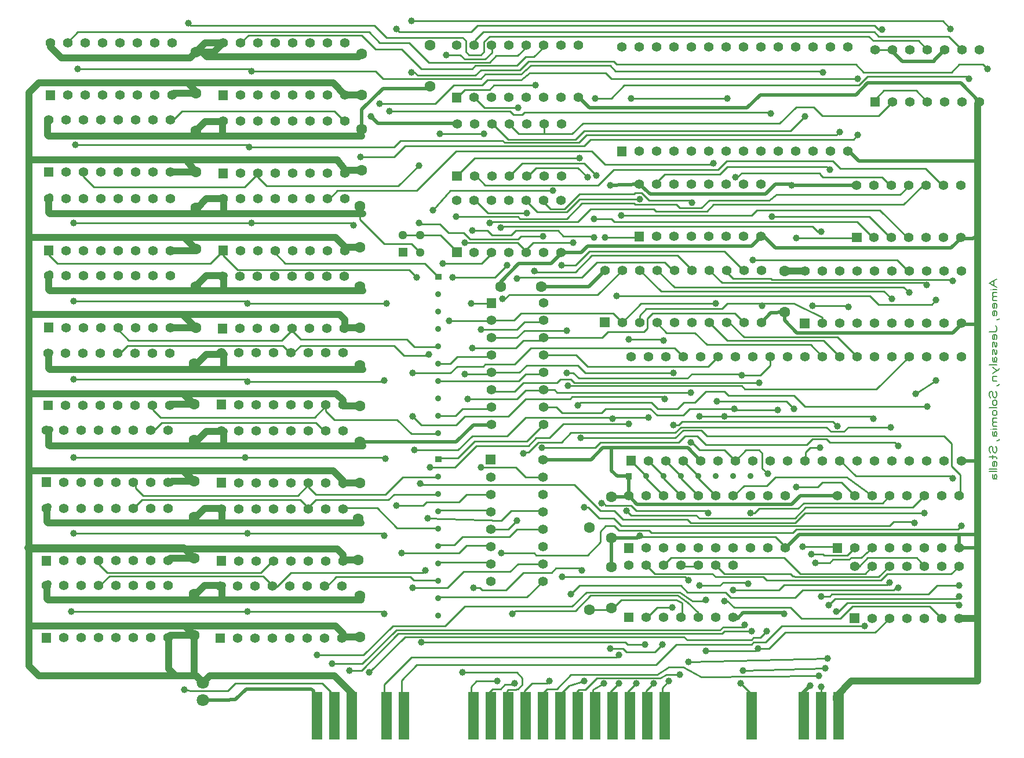
<source format=gbr>
%FSLAX34Y34*%
%MOMM*%
%LNCOPPER_BOTTOM*%
G71*
G01*
%ADD10C,1.600*%
%ADD11R,1.600X7.000*%
%ADD12C,1.000*%
%ADD13C,0.500*%
%ADD14C,0.250*%
%ADD15C,1.000*%
%ADD16C,1.400*%
%ADD17C,1.800*%
%ADD18C,0.880*%
%ADD19C,1.280*%
%ADD20C,0.206*%
%LPD*%
X700000Y672500D02*
G54D10*
D03*
X760000Y672500D02*
G54D10*
D03*
X862500Y262500D02*
G54D10*
D03*
X862500Y202500D02*
G54D10*
D03*
X862500Y365000D02*
G54D10*
D03*
X862500Y305000D02*
G54D10*
D03*
X495000Y220000D02*
G54D10*
D03*
X495000Y160000D02*
G54D10*
D03*
X492500Y332500D02*
G54D10*
D03*
X492500Y272500D02*
G54D10*
D03*
X495000Y445000D02*
G54D10*
D03*
X495000Y385000D02*
G54D10*
D03*
X495000Y557500D02*
G54D10*
D03*
X495000Y497500D02*
G54D10*
D03*
X495000Y672500D02*
G54D10*
D03*
X495000Y612500D02*
G54D10*
D03*
X495000Y790000D02*
G54D10*
D03*
X495000Y730000D02*
G54D10*
D03*
X497500Y902500D02*
G54D10*
D03*
X497500Y842500D02*
G54D10*
D03*
X497500Y1012500D02*
G54D10*
D03*
X497500Y952500D02*
G54D10*
D03*
X597500Y1025000D02*
G54D10*
D03*
X597500Y965000D02*
G54D10*
D03*
X1115000Y695000D02*
G54D10*
D03*
X1115000Y635000D02*
G54D10*
D03*
X255000Y1015000D02*
G54D10*
D03*
X255000Y955000D02*
G54D10*
D03*
X255000Y900000D02*
G54D10*
D03*
X255000Y840000D02*
G54D10*
D03*
X255000Y787500D02*
G54D10*
D03*
X255000Y727500D02*
G54D10*
D03*
X255000Y672500D02*
G54D10*
D03*
X255000Y612500D02*
G54D10*
D03*
X252500Y560000D02*
G54D10*
D03*
X252500Y500000D02*
G54D10*
D03*
X252500Y447500D02*
G54D10*
D03*
X252500Y387500D02*
G54D10*
D03*
X252500Y335000D02*
G54D10*
D03*
X252500Y275000D02*
G54D10*
D03*
X252500Y222500D02*
G54D10*
D03*
X252500Y162500D02*
G54D10*
D03*
X830000Y320000D02*
G54D10*
D03*
X830000Y200000D02*
G54D10*
D03*
X660400Y44450D02*
G54D11*
D03*
X685800Y44450D02*
G54D11*
D03*
X711200Y44450D02*
G54D11*
D03*
X736600Y44450D02*
G54D11*
D03*
X762000Y44450D02*
G54D11*
D03*
X787400Y44450D02*
G54D11*
D03*
X812800Y44450D02*
G54D11*
D03*
X838200Y44450D02*
G54D11*
D03*
X863600Y44450D02*
G54D11*
D03*
X889000Y44450D02*
G54D11*
D03*
X914400Y44450D02*
G54D11*
D03*
X939800Y44450D02*
G54D11*
D03*
X1066800Y44450D02*
G54D11*
D03*
X1143000Y44450D02*
G54D11*
D03*
X1168400Y44450D02*
G54D11*
D03*
X1193800Y44450D02*
G54D11*
D03*
X558800Y44450D02*
G54D11*
D03*
X533400Y44450D02*
G54D11*
D03*
X482600Y44450D02*
G54D11*
D03*
X457200Y44450D02*
G54D11*
D03*
X431800Y44450D02*
G54D11*
D03*
X238125Y82550D02*
G54D12*
D03*
X431800Y133350D02*
G54D12*
D03*
X454025Y120650D02*
G54D12*
D03*
X73025Y196850D02*
G54D12*
D03*
X330200Y196850D02*
G54D12*
D03*
X330200Y311150D02*
G54D12*
D03*
X76200Y311150D02*
G54D12*
D03*
X76200Y422275D02*
G54D12*
D03*
X327025Y422275D02*
G54D12*
D03*
X330200Y533400D02*
G54D12*
D03*
X76200Y536575D02*
G54D12*
D03*
X76200Y650875D02*
G54D12*
D03*
X330200Y647700D02*
G54D12*
D03*
X336550Y765175D02*
G54D12*
D03*
X76200Y765175D02*
G54D12*
D03*
X79375Y879475D02*
G54D12*
D03*
X333375Y876300D02*
G54D12*
D03*
X336550Y987425D02*
G54D12*
D03*
X82550Y990600D02*
G54D12*
D03*
X479425Y111125D02*
G54D12*
D03*
X508000Y107950D02*
G54D12*
D03*
X584200Y152400D02*
G54D12*
D03*
X571500Y231775D02*
G54D12*
D03*
X530225Y193675D02*
G54D12*
D03*
X530225Y307975D02*
G54D12*
D03*
X555625Y282575D02*
G54D12*
D03*
X590550Y257175D02*
G54D12*
D03*
X660400Y231775D02*
G54D12*
D03*
X644525Y107950D02*
G54D12*
D03*
X695325Y95250D02*
G54D12*
D03*
X720725Y92075D02*
G54D12*
D03*
X771525Y95250D02*
G54D12*
D03*
X717550Y193675D02*
G54D12*
D03*
X790575Y247650D02*
G54D12*
D03*
X803275Y222250D02*
G54D12*
D03*
X701675Y282575D02*
G54D12*
D03*
X723900Y330200D02*
G54D12*
D03*
X593725Y333375D02*
G54D12*
D03*
X822325Y95250D02*
G54D12*
D03*
X850900Y92075D02*
G54D12*
D03*
X873125Y92075D02*
G54D12*
D03*
X898525Y92075D02*
G54D12*
D03*
X923925Y92075D02*
G54D12*
D03*
X946150Y95250D02*
G54D12*
D03*
X962025Y104775D02*
G54D12*
D03*
X974725Y123825D02*
G54D12*
D03*
X1000125Y139700D02*
G54D12*
D03*
X936625Y149225D02*
G54D12*
D03*
X911225Y149225D02*
G54D12*
D03*
X860425Y142875D02*
G54D12*
D03*
X873125Y133350D02*
G54D12*
D03*
X819150Y257175D02*
G54D12*
D03*
X1057275Y177800D02*
G54D12*
D03*
X1066800Y168275D02*
G54D12*
D03*
X1089025Y168275D02*
G54D12*
D03*
X1114425Y193675D02*
G54D12*
D03*
X1076325Y142875D02*
G54D12*
D03*
X1054100Y111125D02*
G54D12*
D03*
X1050925Y92075D02*
G54D12*
D03*
X1152525Y88900D02*
G54D12*
D03*
X1141412Y292100D02*
G54D12*
D03*
X1154112Y280988D02*
G54D12*
D03*
X1160462Y268288D02*
G54D12*
D03*
X1168400Y87312D02*
G54D12*
D03*
X1165225Y103188D02*
G54D12*
D03*
X1174750Y114300D02*
G54D12*
D03*
X1177925Y128588D02*
G54D12*
D03*
X1231900Y176212D02*
G54D12*
D03*
X1268412Y239712D02*
G54D12*
D03*
X1281112Y231775D02*
G54D12*
D03*
X1190625Y196850D02*
G54D12*
D03*
X1179512Y206375D02*
G54D12*
D03*
X1168400Y219075D02*
G54D12*
D03*
X1062038Y238125D02*
G54D12*
D03*
X1039812Y228600D02*
G54D12*
D03*
X1027112Y212725D02*
G54D12*
D03*
X1000125Y214312D02*
G54D12*
D03*
X990600Y234950D02*
G54D12*
D03*
X974725Y242888D02*
G54D12*
D03*
X1370012Y234950D02*
G54D12*
D03*
X1370012Y219075D02*
G54D12*
D03*
X1370012Y206375D02*
G54D12*
D03*
X1373188Y322262D02*
G54D12*
D03*
X1319212Y341312D02*
G54D12*
D03*
X1304925Y327025D02*
G54D12*
D03*
X1065212Y341312D02*
G54D12*
D03*
X1003300Y341312D02*
G54D12*
D03*
X903288Y307975D02*
G54D12*
D03*
X1090612Y398462D02*
G54D12*
D03*
X1131888Y379412D02*
G54D12*
D03*
X760412Y436562D02*
G54D12*
D03*
X733425Y428625D02*
G54D12*
D03*
X817562Y450850D02*
G54D12*
D03*
X822325Y349250D02*
G54D12*
D03*
X847725Y355600D02*
G54D12*
D03*
X812800Y498475D02*
G54D12*
D03*
X798512Y527050D02*
G54D12*
D03*
X863600Y479425D02*
G54D12*
D03*
X887412Y471488D02*
G54D12*
D03*
X915988Y481012D02*
G54D12*
D03*
X939800Y508000D02*
G54D12*
D03*
X952500Y469900D02*
G54D12*
D03*
X990600Y482600D02*
G54D12*
D03*
X977900Y444500D02*
G54D12*
D03*
X1016000Y504825D02*
G54D12*
D03*
X977900Y517525D02*
G54D12*
D03*
X1027112Y482600D02*
G54D12*
D03*
X1041400Y493712D02*
G54D12*
D03*
X1104900Y492125D02*
G54D12*
D03*
X1128712Y493712D02*
G54D12*
D03*
X1166812Y436562D02*
G54D12*
D03*
X1192212Y468312D02*
G54D12*
D03*
X1360488Y392112D02*
G54D12*
D03*
X1323975Y496888D02*
G54D12*
D03*
X1306512Y515938D02*
G54D12*
D03*
X1270000Y466725D02*
G54D12*
D03*
X1244600Y479425D02*
G54D12*
D03*
X1281112Y439738D02*
G54D12*
D03*
X1336675Y534988D02*
G54D12*
D03*
X1077912Y531812D02*
G54D12*
D03*
X1052512Y542925D02*
G54D12*
D03*
X1014412Y647700D02*
G54D12*
D03*
X1082675Y644525D02*
G54D12*
D03*
X1155700Y644525D02*
G54D12*
D03*
X1208088Y642938D02*
G54D12*
D03*
X1271588Y654050D02*
G54D12*
D03*
X1296988Y663575D02*
G54D12*
D03*
X1336675Y652462D02*
G54D12*
D03*
X1360488Y681038D02*
G54D12*
D03*
X1068388Y711200D02*
G54D12*
D03*
X1131888Y742950D02*
G54D12*
D03*
X1168400Y752475D02*
G54D12*
D03*
X1181100Y842962D02*
G54D12*
D03*
X1125538Y820738D02*
G54D12*
D03*
X1096962Y774700D02*
G54D12*
D03*
X1042988Y831850D02*
G54D12*
D03*
X1011238Y852488D02*
G54D12*
D03*
X1095375Y925512D02*
G54D12*
D03*
X1144588Y920750D02*
G54D12*
D03*
X1195388Y898525D02*
G54D12*
D03*
X1222375Y893762D02*
G54D12*
D03*
X1257300Y1047750D02*
G54D12*
D03*
X1357312Y1049338D02*
G54D12*
D03*
X1411288Y990600D02*
G54D12*
D03*
X1384300Y976312D02*
G54D12*
D03*
X1171575Y985838D02*
G54D12*
D03*
X1222375Y976312D02*
G54D12*
D03*
X1031875Y947738D02*
G54D12*
D03*
X838200Y947738D02*
G54D12*
D03*
X890588Y947738D02*
G54D12*
D03*
X839788Y835025D02*
G54D12*
D03*
X827088Y831850D02*
G54D12*
D03*
X815975Y860425D02*
G54D12*
D03*
X903288Y800100D02*
G54D12*
D03*
X979488Y795338D02*
G54D12*
D03*
X750888Y966788D02*
G54D12*
D03*
X725488Y933450D02*
G54D12*
D03*
X676275Y895350D02*
G54D12*
D03*
X776288Y812800D02*
G54D12*
D03*
X611188Y895350D02*
G54D12*
D03*
X569912Y985838D02*
G54D12*
D03*
X569912Y1060450D02*
G54D12*
D03*
X547688Y1049338D02*
G54D12*
D03*
X523875Y939800D02*
G54D12*
D03*
X538162Y928688D02*
G54D12*
D03*
X511175Y920750D02*
G54D12*
D03*
X581025Y849312D02*
G54D12*
D03*
X244475Y1057275D02*
G54D12*
D03*
X547688Y352425D02*
G54D12*
D03*
X582612Y384175D02*
G54D12*
D03*
X574675Y433388D02*
G54D12*
D03*
X531812Y420688D02*
G54D12*
D03*
X671512Y407988D02*
G54D12*
D03*
X530225Y534988D02*
G54D12*
D03*
X571500Y482600D02*
G54D12*
D03*
X571500Y546100D02*
G54D12*
D03*
X595312Y573088D02*
G54D12*
D03*
X625475Y622300D02*
G54D12*
D03*
X630238Y685800D02*
G54D12*
D03*
X577850Y685800D02*
G54D12*
D03*
X533400Y647700D02*
G54D12*
D03*
X796925Y608012D02*
G54D12*
D03*
X796925Y546100D02*
G54D12*
D03*
X887412Y595312D02*
G54D12*
D03*
X938212Y593725D02*
G54D12*
D03*
X952500Y546100D02*
G54D12*
D03*
X652462Y508000D02*
G54D12*
D03*
X647700Y544512D02*
G54D12*
D03*
X658812Y582612D02*
G54D12*
D03*
X671512Y609600D02*
G54D12*
D03*
X657225Y647700D02*
G54D12*
D03*
X709612Y703262D02*
G54D12*
D03*
X723900Y684212D02*
G54D12*
D03*
X749300Y695325D02*
G54D12*
D03*
X788988Y703262D02*
G54D12*
D03*
X762000Y746125D02*
G54D12*
D03*
X738188Y779462D02*
G54D12*
D03*
X700088Y758825D02*
G54D12*
D03*
X684212Y765175D02*
G54D12*
D03*
X658812Y754062D02*
G54D12*
D03*
X647700Y736600D02*
G54D12*
D03*
X635000Y774700D02*
G54D12*
D03*
X615950Y706438D02*
G54D12*
D03*
X601662Y784225D02*
G54D12*
D03*
X581025Y765175D02*
G54D12*
D03*
X836612Y771525D02*
G54D12*
D03*
X806450Y736600D02*
G54D12*
D03*
X836612Y744538D02*
G54D12*
D03*
X852488Y744538D02*
G54D12*
D03*
X876300Y776288D02*
G54D12*
D03*
X860425Y820738D02*
G54D12*
D03*
X869950Y658812D02*
G54D12*
D03*
X884238Y344488D02*
G54D12*
D03*
G54D13*
X1139825Y66675D02*
X1139825Y76200D01*
X1152525Y88900D01*
G54D14*
X1065212Y66675D02*
X1065212Y77788D01*
X1050925Y92075D01*
G54D14*
X1168400Y87312D02*
X1168400Y68262D01*
X1165225Y65088D01*
G54D14*
X850900Y92075D02*
X835025Y82550D01*
X835025Y66675D01*
X836612Y65088D01*
G54D14*
X860425Y65088D02*
X860425Y79375D01*
X873125Y92075D01*
G54D14*
X885825Y57150D02*
X885825Y79375D01*
X898525Y92075D01*
G54D14*
X912812Y55562D02*
X912812Y80962D01*
X923925Y92075D01*
G54D14*
X936625Y55562D02*
X936625Y85725D01*
X946150Y95250D01*
G54D14*
X784225Y66675D02*
X784225Y73025D01*
X800100Y88900D01*
X822325Y95250D01*
G54D14*
X735012Y65088D02*
X735012Y80962D01*
X746125Y92075D01*
X768350Y92075D01*
X771525Y95250D01*
G54D14*
X758825Y63500D02*
X758825Y74612D01*
X768350Y84138D01*
X782638Y84138D01*
X803275Y104775D01*
X928688Y104775D01*
X946150Y115888D01*
X966788Y115888D01*
X993775Y101600D01*
X1165225Y103188D01*
G54D14*
X1054100Y111125D02*
X1174750Y114300D01*
G54D14*
X1177925Y128588D02*
X974725Y123825D01*
G54D14*
X962025Y104775D02*
X942975Y104775D01*
X933450Y100012D01*
X841375Y100012D01*
X823912Y82550D01*
X814388Y82550D01*
X811212Y79375D01*
X811212Y71438D01*
X812800Y69850D01*
G54D14*
X644525Y107950D02*
X723900Y107950D01*
X731838Y100012D01*
X731838Y90488D01*
X725488Y84138D01*
X723900Y84138D01*
X722312Y82550D01*
X711200Y82550D01*
X709612Y80962D01*
X709612Y73025D01*
G54D14*
X681038Y65088D02*
X681038Y76200D01*
X688975Y84138D01*
X700088Y84138D01*
X706438Y90488D01*
X719138Y90488D01*
X720725Y92075D01*
G54D14*
X657225Y66675D02*
X657225Y87312D01*
X665162Y95250D01*
X695325Y95250D01*
G54D13*
X265200Y67300D02*
X303838Y67300D01*
X304800Y68262D01*
X312738Y68262D01*
X328612Y84138D01*
X423862Y84138D01*
X427038Y80962D01*
X427038Y71438D01*
X428625Y69850D01*
G54D14*
X238125Y82550D02*
X247650Y80962D01*
X301625Y80962D01*
X312738Y92075D01*
X439738Y92075D01*
X452438Y79375D01*
X452438Y71438D01*
X454025Y69850D01*
G54D15*
X484188Y76200D02*
X457200Y103188D01*
X275688Y103188D01*
X265200Y92700D01*
X265200Y93575D01*
X255588Y103188D01*
X25400Y103188D01*
X11112Y117475D01*
X11112Y955675D01*
X25400Y969962D01*
X455338Y969962D01*
X472800Y952500D01*
X497500Y952500D01*
G54D14*
X555625Y69850D02*
X555625Y96838D01*
X577850Y119062D01*
X927100Y119062D01*
X957262Y149225D01*
X1066800Y149225D01*
X1069975Y152400D01*
X1087438Y152400D01*
X1111250Y176212D01*
X1231900Y176212D01*
G54D14*
X530225Y74612D02*
X530225Y90488D01*
X569912Y130175D01*
X869950Y130175D01*
X873125Y133350D01*
G54D14*
X860425Y142875D02*
X879475Y142875D01*
X884238Y138112D01*
X925512Y138112D01*
X936625Y149225D01*
G54D14*
X911225Y149225D02*
X885825Y149225D01*
X882650Y152400D01*
X584200Y152400D01*
G54D14*
X1000125Y139700D02*
X1073150Y139700D01*
X1076325Y142875D01*
X1092200Y142875D01*
X1116012Y166688D01*
G54D14*
X1116012Y166688D02*
X1247488Y166688D01*
X1268300Y187500D01*
G54D14*
X508000Y107950D02*
X560388Y160338D01*
X968375Y160338D01*
X973138Y155575D01*
X1066800Y155575D01*
X1069975Y158750D01*
X1079500Y158750D01*
X1089025Y168275D01*
G54D14*
X1066800Y168275D02*
X1027112Y168275D01*
G54D14*
X965200Y165100D02*
X1023938Y165100D01*
X1027112Y168275D01*
G54D14*
X965200Y165100D02*
X550862Y165100D01*
X496888Y111125D01*
X479425Y111125D01*
G54D14*
X454025Y120650D02*
X498475Y120650D01*
X547688Y169862D01*
X1020762Y169862D01*
X1025525Y174625D01*
X1054100Y174625D01*
X1057275Y177800D01*
G54D14*
X431800Y133350D02*
X500062Y133350D01*
X542925Y176212D01*
X619125Y176212D01*
X647700Y204788D01*
X804862Y204788D01*
X825500Y225425D01*
X962025Y225425D01*
X981075Y212725D01*
X998538Y212725D01*
X1000125Y214312D01*
X950912Y203200D02*
G54D12*
D03*
X620712Y1011238D02*
G54D12*
D03*
X485775Y762000D02*
G54D12*
D03*
X495300Y862012D02*
G54D12*
D03*
X596900Y407988D02*
G54D12*
D03*
X703262Y654050D02*
G54D12*
D03*
X1322388Y674688D02*
G54D12*
D03*
G54D14*
X73025Y196850D02*
X330200Y196850D01*
X527050Y196850D01*
X530225Y193675D01*
G54D14*
X76200Y311150D02*
X330200Y311150D01*
X527050Y311150D01*
X530225Y307975D01*
G54D14*
X76200Y422275D02*
X327025Y422275D01*
X530225Y422275D01*
X531812Y420688D01*
G54D14*
X76200Y536575D02*
X327025Y536575D01*
X330200Y533400D01*
X528638Y533400D01*
X530225Y534988D01*
G54D14*
X76200Y650875D02*
X327025Y650875D01*
X330200Y647700D01*
X533400Y647700D01*
G54D14*
X76200Y765175D02*
X336550Y765175D01*
X482600Y765175D01*
X485775Y762000D01*
G54D14*
X79375Y879475D02*
X330200Y879475D01*
X333375Y876300D01*
G54D14*
X82550Y990600D02*
X333375Y990600D01*
X336550Y987425D01*
X517525Y987425D01*
X528638Y976312D01*
X671512Y976312D01*
X677862Y982662D01*
X730250Y982662D01*
X744538Y995362D01*
X860425Y995362D01*
X868362Y987425D01*
X1169988Y987425D01*
X1171575Y985838D01*
G54D14*
X620712Y1011238D02*
X641350Y1011238D01*
X647700Y1004888D01*
X677862Y1004888D01*
X687388Y1014412D01*
X687388Y1022788D01*
X688300Y1023700D01*
G54D14*
X662900Y1023700D02*
X662900Y1032788D01*
X674688Y1044575D01*
X1246188Y1044575D01*
X1252538Y1038225D01*
X1354975Y1038225D01*
X1374500Y1018700D01*
G54D14*
X1238250Y1038225D02*
X1244600Y1031875D01*
X1310525Y1031875D01*
X1323700Y1018700D01*
G54D14*
X1238250Y1038225D02*
X684212Y1038225D01*
X676275Y1030288D01*
X676275Y1016000D01*
X671512Y1011238D01*
X654050Y1011238D01*
X649288Y1016000D01*
X649288Y1031875D01*
X644525Y1036638D01*
X533400Y1036638D01*
X515938Y1054100D01*
X247650Y1054100D01*
X244475Y1057275D01*
G54D14*
X1257300Y1047750D02*
X1252538Y1047750D01*
X1246188Y1054100D01*
X666750Y1054100D01*
X657225Y1044575D01*
X552450Y1044575D01*
X547688Y1049338D01*
G54D14*
X569912Y1060450D02*
X1346200Y1060450D01*
X1357312Y1049338D01*
G54D13*
X1272900Y1018700D02*
X1272900Y1016275D01*
X1287462Y1001712D01*
X1333500Y1001712D01*
X1333500Y1003100D01*
X1349100Y1018700D01*
G54D14*
X67900Y1028700D02*
X67900Y1029925D01*
X82550Y1044575D01*
X508000Y1044575D01*
X523875Y1028700D01*
X566738Y1028700D01*
X595312Y1000125D01*
X684212Y1000125D01*
X693738Y1009650D01*
X725050Y1009650D01*
X739100Y1023700D01*
G54D14*
X320400Y1028700D02*
X320675Y1028700D01*
X331788Y1039812D01*
X496888Y1039812D01*
X517525Y1019175D01*
X555625Y1019175D01*
X584200Y990600D01*
X658812Y990600D01*
X663575Y995362D01*
X723900Y995362D01*
X736600Y1008062D01*
X748862Y1008062D01*
X764500Y1023700D01*
G54D14*
X569912Y985838D02*
X574675Y985838D01*
X579438Y981075D01*
X663575Y981075D01*
X671512Y989012D01*
X728662Y989012D01*
X741362Y1001712D01*
X865188Y1001712D01*
X869950Y996950D01*
X1219200Y996950D01*
X1230312Y985838D01*
X1358900Y985838D01*
X1370012Y996950D01*
X1404938Y996950D01*
X1411288Y990600D01*
G54D15*
X496888Y892175D02*
X39688Y892175D01*
X38100Y893762D01*
X38100Y914300D01*
X40000Y916200D01*
G54D15*
X293688Y893762D02*
X293688Y912388D01*
X295000Y913700D01*
G54D15*
X42500Y1028700D02*
X42500Y1022712D01*
X58738Y1006475D01*
X246475Y1006475D01*
X255000Y1015000D01*
X281300Y1015000D01*
X295000Y1028700D01*
X268700Y1028700D01*
X255000Y1015000D01*
X264525Y1015000D01*
X271462Y1008062D01*
X493062Y1008062D01*
X497500Y1012500D01*
G54D15*
X295000Y913700D02*
X268700Y913700D01*
X255000Y900000D01*
G54D15*
X498788Y779075D02*
X41588Y779075D01*
X40000Y780662D01*
X40000Y801200D01*
X41900Y803100D01*
G54D15*
X295588Y780662D02*
X295588Y799288D01*
X296900Y800600D01*
G54D15*
X296900Y800600D02*
X270600Y800600D01*
X256900Y786900D01*
G54D15*
X498788Y666575D02*
X41588Y666575D01*
X40000Y668162D01*
X40000Y688700D01*
X41900Y690600D01*
G54D15*
X295588Y668162D02*
X295588Y686788D01*
X296900Y688100D01*
G54D15*
X296900Y688100D02*
X270600Y688100D01*
X256900Y674400D01*
G54D15*
X498788Y551575D02*
X41588Y551575D01*
X40000Y553162D01*
X40000Y573700D01*
X41900Y575600D01*
G54D15*
X295588Y553162D02*
X295588Y571788D01*
X296900Y573100D01*
G54D15*
X296900Y573100D02*
X270600Y573100D01*
X256900Y559400D01*
G54D15*
X498788Y439075D02*
X41588Y439075D01*
X40000Y440662D01*
X40000Y461200D01*
X41900Y463100D01*
G54D15*
X295588Y440662D02*
X295588Y459288D01*
X296900Y460600D01*
G54D15*
X296900Y460600D02*
X270600Y460600D01*
X256900Y446900D01*
G54D15*
X496288Y326575D02*
X39088Y326575D01*
X37500Y328162D01*
X37500Y348700D01*
X39400Y350600D01*
G54D15*
X293088Y328162D02*
X293088Y346788D01*
X294400Y348100D01*
G54D15*
X294400Y348100D02*
X268100Y348100D01*
X254400Y334400D01*
G54D15*
X496288Y214075D02*
X39088Y214075D01*
X37500Y215662D01*
X37500Y236200D01*
X39400Y238100D01*
G54D15*
X293088Y215662D02*
X293088Y234288D01*
X294400Y235600D01*
G54D15*
X294400Y235600D02*
X268100Y235600D01*
X254400Y221900D01*
G54D15*
X495000Y497500D02*
X470300Y497500D01*
X470300Y506012D01*
X460375Y515938D01*
X11112Y515938D01*
X236562Y515938D01*
X252500Y500000D01*
G54D15*
X495000Y730000D02*
X477800Y730000D01*
X472800Y725000D01*
X472800Y730525D01*
X458788Y744538D01*
X11112Y744538D01*
X237962Y744538D01*
X255000Y727500D01*
G54D15*
X497500Y842500D02*
X477800Y842500D01*
X472800Y837500D01*
X472800Y843238D01*
X461962Y857250D01*
X12700Y857250D01*
X240925Y857250D01*
X255000Y840000D01*
X217800Y840000D01*
G54D15*
X255000Y955000D02*
X222800Y955000D01*
X220300Y952500D01*
G54D15*
X255000Y955000D02*
X255000Y957850D01*
X242888Y969962D01*
G54D15*
X217800Y725000D02*
X252500Y725000D01*
X255000Y727500D01*
G54D15*
X495000Y612500D02*
X475300Y612500D01*
X472800Y610000D01*
X472800Y624162D01*
X465138Y631825D01*
X11112Y631825D01*
X235675Y631825D01*
X255000Y612500D01*
X217800Y612500D01*
G54D15*
X252500Y500000D02*
X220300Y500000D01*
X217800Y497500D01*
G54D15*
X495000Y385000D02*
X472800Y385000D01*
X470300Y382500D01*
X470300Y388538D01*
X455612Y403225D01*
X11112Y403225D01*
X236775Y403225D01*
X252500Y387500D01*
X220300Y387500D01*
X217800Y385000D01*
G54D15*
X492500Y272500D02*
X470300Y272500D01*
X470300Y280588D01*
X461962Y288925D01*
X11112Y288925D01*
X9525Y290512D01*
X236987Y290512D01*
X252500Y275000D01*
X217800Y275000D01*
X215300Y272500D01*
G54D15*
X495000Y160000D02*
X472800Y160000D01*
X470300Y157500D01*
X470300Y164700D01*
X458788Y176212D01*
X11112Y176212D01*
X238787Y176212D01*
X252500Y162500D01*
X217800Y162500D01*
X215300Y160000D01*
G54D14*
X113700Y236200D02*
X115550Y236200D01*
X128588Y249238D01*
X353162Y249238D01*
X368700Y233700D01*
X373400Y233700D01*
X393700Y254000D01*
X587375Y254000D01*
X590550Y257175D01*
G54D14*
X113700Y272500D02*
X113700Y265712D01*
X125412Y254000D01*
X350200Y254000D01*
X368700Y272500D01*
G54D14*
X164500Y348700D02*
X164550Y348700D01*
X176212Y360362D01*
X407838Y360362D01*
X419500Y348700D01*
X419500Y349650D01*
X430212Y360362D01*
X536575Y360362D01*
X544512Y368300D01*
X606600Y368300D01*
X609300Y371000D01*
G54D14*
X167000Y385000D02*
X167000Y377512D01*
X177800Y366712D01*
X403712Y366712D01*
X419500Y382500D01*
X419500Y379012D01*
X430212Y368300D01*
X531812Y368300D01*
X557212Y393700D01*
X606600Y393700D01*
X609300Y396400D01*
G54D14*
X192400Y461200D02*
X192912Y461200D01*
X204788Y473075D01*
X430525Y473075D01*
X444900Y458700D01*
G54D14*
X192400Y497500D02*
X192400Y491812D01*
X203200Y481012D01*
X428412Y481012D01*
X444900Y497500D01*
X444900Y490138D01*
X457200Y477838D01*
X549275Y477838D01*
X569912Y457200D01*
X608300Y457200D01*
X609300Y458200D01*
G54D14*
X141600Y573700D02*
X143488Y573700D01*
X155575Y585788D01*
X382012Y585788D01*
X394100Y573700D01*
X395900Y573700D01*
X407988Y585788D01*
X544512Y585788D01*
X558800Y571500D01*
X593725Y571500D01*
X595312Y573088D01*
G54D14*
X141600Y612500D02*
X141600Y609288D01*
X157162Y593725D01*
X380325Y593725D01*
X396600Y610000D01*
X396600Y606700D01*
X407988Y595312D01*
X563562Y595312D01*
X574675Y584200D01*
X608300Y584200D01*
X609300Y585200D01*
G54D14*
X40000Y725000D02*
X40000Y718825D01*
X52388Y706438D01*
X276438Y706438D01*
X295000Y725000D01*
X295000Y717825D01*
X315912Y696912D01*
X566738Y696912D01*
X577850Y685800D01*
G54D14*
X371200Y725000D02*
X371200Y721000D01*
X385762Y706438D01*
X589662Y706438D01*
X609300Y686800D01*
G54D14*
X90800Y840000D02*
X90800Y833125D01*
X106362Y817562D01*
X325862Y817562D01*
X345800Y837500D01*
X345800Y832125D01*
X358775Y819150D01*
X550862Y819150D01*
X581025Y849312D01*
G54D14*
X447400Y801200D02*
X450362Y801200D01*
X461962Y812800D01*
X577850Y812800D01*
X635000Y869950D01*
X833438Y869950D01*
X852488Y850900D01*
X1009650Y850900D01*
X1011238Y852488D01*
G54D14*
X333375Y876300D02*
X544512Y876300D01*
X554038Y885825D01*
X703262Y885825D01*
X706438Y882650D01*
X814388Y882650D01*
X825500Y893762D01*
X1190625Y893762D01*
X1195388Y898525D01*
G54D14*
X217800Y916200D02*
X222462Y916200D01*
X234950Y928688D01*
X457812Y928688D01*
X472800Y913700D01*
G54D13*
X497500Y902500D02*
X497500Y930888D01*
X528638Y962025D01*
X594525Y962025D01*
X597500Y965000D01*
G54D13*
X637500Y911200D02*
X520725Y911200D01*
X511175Y920750D01*
G54D13*
X1039900Y187500D02*
X1046338Y187500D01*
X1054100Y195262D01*
X1112838Y195262D01*
X1114425Y193675D01*
G54D15*
X1190625Y68262D02*
X1190625Y73025D01*
X1212850Y95250D01*
X1397000Y95250D01*
X1397000Y939600D01*
X1399900Y942500D01*
G54D13*
X1207700Y870000D02*
X1209625Y870000D01*
X1223962Y855662D01*
X1397000Y855662D01*
G54D13*
X815300Y947500D02*
X816212Y947500D01*
X830262Y933450D01*
X1060450Y933450D01*
X1079500Y952500D01*
X1219200Y952500D01*
X1236662Y969962D01*
X1372438Y969962D01*
X1399900Y942500D01*
G54D13*
X860425Y820738D02*
X902900Y821800D01*
X919162Y808038D01*
X1087438Y808038D01*
X1101725Y822325D01*
X1123950Y822325D01*
X1125538Y820738D01*
X1217962Y820738D01*
X1220000Y818700D01*
G54D13*
X1080300Y745000D02*
X1085388Y745000D01*
X1101725Y728662D01*
X1358562Y728662D01*
X1372400Y742500D01*
X1390200Y742500D01*
X1392238Y744538D01*
X1395412Y744538D01*
X1397000Y742950D01*
G54D13*
X789900Y722500D02*
X817750Y722500D01*
X827088Y731838D01*
X1067138Y731838D01*
X1080300Y745000D01*
G54D13*
X700000Y672500D02*
X700000Y679362D01*
X727075Y706438D01*
X773838Y706438D01*
X789900Y722500D01*
G54D13*
X760000Y672500D02*
X828800Y672500D01*
X852500Y696200D01*
G54D13*
X1081100Y620000D02*
X1095238Y634288D01*
X1115000Y635000D01*
X1115000Y623312D01*
X1133475Y604838D01*
X1360938Y604838D01*
X1373600Y617500D01*
X1395375Y617500D01*
X1397000Y619125D01*
G54D13*
X762000Y419500D02*
X832250Y419500D01*
X849312Y436562D01*
X973638Y436562D01*
X992450Y417750D01*
G54D13*
X862500Y365000D02*
X886300Y365000D01*
X887500Y366200D01*
X887500Y395000D01*
X870238Y395000D01*
X862012Y403225D01*
X862012Y436562D01*
G54D13*
X1192500Y366200D02*
X1137725Y366200D01*
X1125538Y354012D01*
X899688Y354012D01*
X887500Y366200D01*
G54D13*
X862500Y262500D02*
X862500Y305000D01*
X900312Y305000D01*
X903288Y307975D01*
G54D13*
X1116100Y290000D02*
X1117088Y290000D01*
X1136650Y309562D01*
X1397000Y309562D01*
X1398588Y311150D01*
G54D13*
X1370300Y290000D02*
X1398075Y290000D01*
X1398588Y290512D01*
X1370812Y290512D01*
X1370300Y290000D01*
X1370300Y309275D01*
X1370012Y309562D01*
G54D13*
X1373450Y417750D02*
X1396762Y417750D01*
X1397000Y417512D01*
G54D14*
X1116100Y290000D02*
X1116100Y292012D01*
X1101725Y306388D01*
X904875Y306388D01*
X903288Y307975D01*
G54D13*
X495000Y445000D02*
X635500Y445000D01*
X660400Y469900D01*
X686500Y469900D01*
X687050Y470450D01*
G54D14*
X890588Y947738D02*
X1031875Y947738D01*
G54D14*
X1222375Y976312D02*
X862012Y976312D01*
X854075Y984250D01*
X742950Y984250D01*
X730250Y974725D01*
X681038Y974725D01*
X673100Y966788D01*
X631825Y966788D01*
X604838Y939800D01*
X523875Y939800D01*
G54D14*
X725488Y933450D02*
X676950Y933450D01*
X662900Y947500D01*
G54D14*
X538162Y928688D02*
X714375Y928688D01*
X719138Y923925D01*
X731838Y923925D01*
X735012Y927100D01*
X1093788Y927100D01*
X1095375Y925512D01*
G54D14*
X637500Y947500D02*
X637500Y950238D01*
X647700Y960438D01*
X684212Y960438D01*
X690562Y966788D01*
X750888Y966788D01*
G54D14*
X611188Y895350D02*
X676275Y895350D01*
G54D14*
X688300Y911200D02*
X688300Y910312D01*
X711200Y887412D01*
X809625Y887412D01*
X822325Y900112D01*
X1123950Y900112D01*
X1144588Y920750D01*
G54D14*
X838200Y947738D02*
X862012Y947738D01*
X881062Y966788D01*
X1223962Y966788D01*
X1236662Y979488D01*
X1381125Y979488D01*
X1384300Y976312D01*
G54D14*
X1247500Y942500D02*
X1247500Y945875D01*
X1260475Y958850D01*
X1307350Y958850D01*
X1323700Y942500D01*
G54D14*
X713700Y911200D02*
X713700Y908725D01*
X727075Y895350D01*
X804862Y895350D01*
X820738Y911225D01*
X1108075Y911225D01*
X1131888Y935038D01*
X1157288Y935038D01*
X1169988Y922338D01*
X1252738Y922338D01*
X1272900Y942500D01*
G54D14*
X495300Y862012D02*
X544512Y862012D01*
X560388Y877888D01*
X822325Y877888D01*
X831850Y887412D01*
X1216025Y887412D01*
X1222375Y893762D01*
G54D14*
X637500Y835000D02*
X637500Y835938D01*
X661988Y860425D01*
X815975Y860425D01*
G54D14*
X713700Y835000D02*
X714350Y835000D01*
X731838Y852488D01*
X822325Y852488D01*
X839788Y835025D01*
G54D14*
X739100Y835000D02*
X741338Y835000D01*
X752475Y846138D01*
X812800Y846138D01*
X827088Y831850D01*
G54D14*
X662900Y835000D02*
X663600Y835000D01*
X677862Y820738D01*
X842962Y820738D01*
X865188Y842962D01*
X1017588Y842962D01*
X1030288Y855662D01*
X1185862Y855662D01*
X1196975Y844550D01*
X1321150Y844550D01*
X1347000Y818700D01*
G54D15*
X1115000Y695000D02*
X1143700Y695000D01*
X1145000Y693700D01*
G54D14*
X776288Y812800D02*
X627062Y812800D01*
X601662Y784225D01*
G54D14*
X495000Y790000D02*
X495000Y770238D01*
X530225Y735012D01*
X570388Y735012D01*
X582900Y722500D01*
G54D14*
X557500Y747900D02*
X582900Y747900D01*
X612100Y747900D01*
X637500Y722500D01*
G54D14*
X798512Y527050D02*
X1052512Y527050D01*
X1057275Y522288D01*
X1249388Y522288D01*
X1297250Y570150D01*
G54D14*
X1077912Y531812D02*
X808038Y531812D01*
X803275Y536575D01*
X787400Y536575D01*
X782638Y531812D01*
X733425Y531812D01*
X720725Y519112D01*
X689187Y519112D01*
X687050Y521250D01*
G54D14*
X796925Y546100D02*
X806450Y546100D01*
X814388Y538162D01*
X973138Y538162D01*
X979488Y544512D01*
X1050925Y544512D01*
X1052512Y542925D01*
G54D14*
X687050Y546650D02*
X727625Y546650D01*
X738188Y557212D01*
X812800Y557212D01*
X823912Y546100D01*
X952500Y546100D01*
G54D14*
X1052512Y542925D02*
X1079500Y542925D01*
X1093788Y557212D01*
X1093788Y569888D01*
X1094050Y570150D01*
G54D14*
X1016000Y504825D02*
X1117600Y504825D01*
X1128712Y493712D01*
G54D14*
X1104900Y492125D02*
X1042988Y492125D01*
X1041400Y493712D01*
G54D14*
X990600Y482600D02*
X1027112Y482600D01*
X1241425Y482600D01*
X1244600Y479425D01*
G54D14*
X1306512Y515938D02*
X1336675Y534988D01*
G54D14*
X1155700Y644525D02*
X1206500Y644525D01*
X1208088Y642938D01*
G54D14*
X1323975Y496888D02*
X1144588Y496888D01*
X1128712Y512762D01*
X1033462Y512762D01*
X1027112Y519112D01*
X1000125Y519112D01*
X984250Y503238D01*
X968375Y503238D01*
X958850Y493712D01*
X930275Y493712D01*
X920750Y503238D01*
X817562Y503238D01*
X812800Y498475D01*
G54D14*
X763250Y521250D02*
X778913Y521250D01*
X782638Y517525D01*
X977900Y517525D01*
G54D14*
X952500Y469900D02*
X960438Y469900D01*
X965200Y474662D01*
X1185862Y474662D01*
X1192212Y468312D01*
G54D14*
X915988Y481012D02*
X865188Y481012D01*
X863600Y479425D01*
G54D14*
X763250Y572050D02*
X810663Y572050D01*
X827088Y555625D01*
X1003325Y555625D01*
X1017850Y570150D01*
G54D14*
X763250Y495850D02*
X782088Y495850D01*
X790575Y487362D01*
X847725Y487362D01*
X854075Y493712D01*
X919162Y493712D01*
X928688Y484188D01*
X966788Y484188D01*
X976312Y493712D01*
X1041400Y493712D01*
G54D14*
X977900Y444500D02*
X979488Y444500D01*
X990600Y433388D01*
X1027612Y433388D01*
X1043250Y417750D01*
X1058862Y433388D01*
G54D14*
X1166812Y436562D02*
X1152525Y436562D01*
X1146175Y430212D01*
X1146175Y419075D01*
X1144850Y417750D01*
G54D14*
X967050Y417750D02*
X967050Y417050D01*
X989100Y395000D01*
X989100Y391600D01*
X1014500Y366200D01*
G54D14*
X941650Y417750D02*
X941650Y417050D01*
X963700Y395000D01*
X963700Y391600D01*
X989100Y366200D01*
G54D14*
X916250Y417750D02*
X916250Y417050D01*
X938300Y395000D01*
X938300Y391600D01*
X963700Y366200D01*
G54D14*
X890850Y417750D02*
X890850Y417050D01*
X912900Y395000D01*
X912900Y391600D01*
X938300Y366200D01*
G54D14*
X1039900Y366200D02*
X1040888Y366200D01*
X1055688Y381000D01*
X1089025Y381000D01*
X1101725Y393700D01*
X1206275Y393700D01*
X1243300Y366200D01*
G54D14*
X1131888Y379412D02*
X1163638Y379412D01*
X1169988Y385762D01*
X1198338Y385762D01*
X1217900Y366200D01*
G54D14*
X1195650Y417750D02*
X1196738Y417750D01*
X1219200Y395288D01*
X1357312Y395288D01*
X1360488Y392112D01*
G54D14*
X760412Y436562D02*
X838200Y436562D01*
X846138Y444500D01*
X960438Y444500D01*
X969962Y454025D01*
X987425Y454025D01*
X1000125Y441325D01*
X1147762Y441325D01*
X1155700Y449262D01*
X1176338Y449262D01*
X1181100Y444500D01*
X1276350Y444500D01*
X1281112Y439738D01*
G54D14*
X817562Y450850D02*
X955675Y450850D01*
X966788Y461962D01*
X993775Y461962D01*
X1001712Y454025D01*
X1347788Y454025D01*
X1358900Y442912D01*
X1358900Y409575D01*
X1371600Y396875D01*
X1371600Y367500D01*
X1370300Y366200D01*
G54D14*
X1270000Y466725D02*
X1208088Y466725D01*
X1201738Y460375D01*
X1182688Y460375D01*
X1176338Y466725D01*
X963612Y466725D01*
X955675Y458788D01*
X803275Y458788D01*
X788988Y444500D01*
X755650Y444500D01*
X741362Y430212D01*
X735012Y430212D01*
X733425Y428625D01*
G54D14*
X887412Y471488D02*
X792162Y471488D01*
X771525Y450850D01*
X752475Y450850D01*
X741362Y439738D01*
X665162Y439738D01*
X633412Y407988D01*
X596900Y407988D01*
G54D14*
X609300Y421800D02*
X637700Y421800D01*
X661988Y446088D01*
X738888Y446088D01*
X763250Y470450D01*
G54D14*
X574675Y433388D02*
X638175Y433388D01*
X658812Y454025D01*
X709612Y454025D01*
X736600Y481012D01*
X862012Y481012D01*
X863600Y479425D01*
G54D14*
X671512Y407988D02*
X722312Y407988D01*
X736600Y393700D01*
X761600Y393700D01*
X762000Y394100D01*
G54D14*
X652462Y508000D02*
X723900Y508000D01*
X736600Y520700D01*
X762700Y520700D01*
X763250Y521250D01*
G54D14*
X571500Y482600D02*
X584200Y469900D01*
X635000Y469900D01*
X647700Y482600D01*
X711200Y482600D01*
X736600Y508000D01*
X801688Y508000D01*
X804862Y511175D01*
X936625Y511175D01*
X939800Y508000D01*
G54D14*
X609300Y483600D02*
X634412Y483600D01*
X644525Y493712D01*
X684913Y493712D01*
X687050Y495850D01*
G54D14*
X609300Y559800D02*
X626475Y559800D01*
X636588Y569912D01*
X684913Y569912D01*
X687050Y572050D01*
G54D14*
X571500Y546100D02*
X627062Y546100D01*
X636588Y555625D01*
X674688Y555625D01*
X677862Y558800D01*
X720725Y558800D01*
X744538Y582612D01*
X954588Y582612D01*
X967050Y570150D01*
G54D14*
X887412Y595312D02*
X936625Y595312D01*
X938212Y593725D01*
G54D14*
X658812Y582612D02*
X722312Y582612D01*
X733425Y593725D01*
X759525Y593725D01*
X763250Y597450D01*
G54D14*
X671512Y609600D02*
X723900Y609600D01*
X735012Y620712D01*
X761113Y620712D01*
X763250Y622850D01*
G54D14*
X687050Y597450D02*
X724450Y597450D01*
X735012Y608012D01*
X796925Y608012D01*
G54D14*
X609300Y534400D02*
X726488Y534400D01*
X736600Y544512D01*
X761113Y544512D01*
X763250Y546650D01*
G54D14*
X657225Y647700D02*
X686500Y647700D01*
X687050Y648250D01*
G54D14*
X625475Y622300D02*
X686500Y622300D01*
X687050Y622850D01*
X719687Y622850D01*
X730250Y633412D01*
X864488Y633412D01*
X877900Y620000D01*
G54D14*
X703262Y654050D02*
X706438Y654050D01*
X712788Y660400D01*
X842100Y660400D01*
X877900Y696200D01*
G54D14*
X630238Y685800D02*
X692150Y685800D01*
X709612Y703262D01*
G54D14*
X615950Y706438D02*
X672238Y706438D01*
X688300Y722500D01*
G54D14*
X647700Y736600D02*
X725000Y736600D01*
X739100Y722500D01*
X739100Y727988D01*
X747712Y736600D01*
X806450Y736600D01*
G54D14*
X762000Y746125D02*
X730250Y746125D01*
X725488Y741362D01*
X655638Y741362D01*
X646112Y750888D01*
X623888Y750888D01*
X611188Y763588D01*
X582612Y763588D01*
X581025Y765175D01*
G54D14*
X658812Y754062D02*
X681038Y754062D01*
X687388Y747712D01*
X715962Y747712D01*
X722312Y754062D01*
X784225Y754062D01*
X792162Y746125D01*
X835025Y746125D01*
X836612Y744538D01*
G54D14*
X738188Y779462D02*
X682138Y779462D01*
X662900Y798700D01*
G54D14*
X635000Y774700D02*
X725488Y774700D01*
X728662Y771525D01*
X796925Y771525D01*
X819150Y793750D01*
X895350Y793750D01*
X896938Y792162D01*
X957262Y792162D01*
X962025Y787400D01*
X993775Y787400D01*
X1004888Y798512D01*
X1092200Y798512D01*
X1103312Y806450D01*
X1283950Y806450D01*
X1296200Y818700D01*
G54D14*
X739100Y798700D02*
X739100Y796012D01*
X754062Y781050D01*
X796925Y781050D01*
X815975Y800100D01*
X903288Y800100D01*
G54D14*
X764500Y798700D02*
X764500Y794425D01*
X773112Y785812D01*
X793750Y785812D01*
X815975Y808038D01*
X895350Y808038D01*
X896938Y809625D01*
X906462Y809625D01*
X917575Y798512D01*
X976312Y798512D01*
X979488Y795338D01*
G54D14*
X763250Y597450D02*
X848275Y597450D01*
X857250Y606425D01*
X909638Y606425D01*
X914400Y611188D01*
X914400Y625475D01*
X922338Y633412D01*
X1042288Y633412D01*
X1055700Y620000D01*
G54D14*
X903300Y620000D02*
X903300Y630250D01*
X912812Y639762D01*
X1023938Y639762D01*
X1031875Y647700D01*
X1079500Y647700D01*
X1128712Y647700D01*
X1169988Y627062D01*
X1170400Y617500D01*
G54D14*
X1014412Y647700D02*
X905600Y647700D01*
X877900Y620000D01*
G54D14*
X869950Y658812D02*
X1239838Y658812D01*
X1252538Y646112D01*
X1330325Y646112D01*
X1336675Y652462D01*
G54D14*
X903300Y696200D02*
X904000Y696200D01*
X935038Y665162D01*
X1260475Y665162D01*
X1271588Y654050D01*
G54D14*
X928700Y696200D02*
X929400Y696200D01*
X954088Y671512D01*
X1289050Y671512D01*
X1296988Y663575D01*
G54D14*
X1004900Y696200D02*
X1005600Y696200D01*
X1023938Y677862D01*
X1319212Y677862D01*
X1322388Y674688D01*
G54D14*
X1030300Y696200D02*
X1030300Y693725D01*
X1039812Y684212D01*
X1095375Y684212D01*
X1096962Y682625D01*
X1358900Y682625D01*
X1360488Y681038D01*
G54D14*
X1068388Y711200D02*
X1279900Y711200D01*
X1297400Y693700D01*
G54D14*
X1131888Y742950D02*
X1219550Y742950D01*
X1220000Y742500D01*
G54D14*
X852488Y744538D02*
X902038Y744538D01*
X902500Y745000D01*
G54D14*
X1096962Y774700D02*
X1238600Y774700D01*
X1270800Y742500D01*
G54D14*
X876300Y776288D02*
X1066800Y776288D01*
X1074738Y784225D01*
X1254475Y784225D01*
X1296200Y742500D01*
G54D14*
X836612Y771525D02*
X862012Y771525D01*
X866775Y766762D01*
X1221138Y766762D01*
X1245400Y742500D01*
G54D14*
X1168400Y752475D02*
X1163638Y752475D01*
X1155700Y760412D01*
X701675Y760412D01*
X700088Y758825D01*
G54D14*
X1321600Y818700D02*
X1315588Y818700D01*
X1289050Y792162D01*
X1011238Y792162D01*
X1001712Y782638D01*
X927100Y782638D01*
X923925Y785812D01*
X831850Y785812D01*
X812800Y766762D01*
X685800Y766762D01*
X684212Y765175D01*
G54D14*
X1055700Y696200D02*
X1054812Y696200D01*
X1027112Y723900D01*
X830262Y723900D01*
X809625Y703262D01*
X788988Y703262D01*
G54D14*
X979500Y696200D02*
X979500Y696900D01*
X958850Y717550D01*
X833438Y717550D01*
X809625Y693738D01*
X750888Y693738D01*
X749300Y695325D01*
G54D14*
X954100Y696200D02*
X951625Y696200D01*
X939800Y708025D01*
X841375Y708025D01*
X819150Y685800D01*
X725488Y685800D01*
X723900Y684212D01*
G54D14*
X1030300Y620000D02*
X1034175Y620000D01*
X1055688Y598488D01*
X1192712Y598488D01*
X1221050Y570150D01*
G54D14*
X1004900Y620000D02*
X1005600Y620000D01*
X1031875Y593725D01*
X1172075Y593725D01*
X1195650Y570150D01*
G54D14*
X928700Y620000D02*
X928700Y619112D01*
X942975Y604838D01*
X984250Y604838D01*
X1001712Y587375D01*
X1153025Y587375D01*
X1170250Y570150D01*
G54D14*
X1065212Y341312D02*
X1071562Y341312D01*
X1077912Y347662D01*
X1135062Y347662D01*
X1143000Y355600D01*
X1258100Y355600D01*
X1268700Y366200D01*
G54D14*
X847725Y355600D02*
X850900Y355600D01*
X854075Y352425D01*
X890588Y352425D01*
X898525Y344488D01*
X1000125Y344488D01*
X1003300Y341312D01*
G54D14*
X884238Y344488D02*
X890588Y338138D01*
X985838Y338138D01*
X990600Y333375D01*
X1130300Y333375D01*
X1146175Y349250D01*
X1302550Y349250D01*
X1319500Y366200D01*
G54D14*
X1319212Y341312D02*
X1144588Y341312D01*
X1130300Y327025D01*
X977900Y327025D01*
X973138Y331788D01*
X879475Y331788D01*
X866775Y344488D01*
X846138Y344488D01*
X808038Y382588D01*
X584200Y382588D01*
X582612Y384175D01*
G54D14*
X571500Y231775D02*
X622300Y231775D01*
X646112Y255588D01*
X714375Y255588D01*
X725488Y266700D01*
X761600Y266700D01*
X762000Y267100D01*
G54D14*
X609300Y269400D02*
X683499Y269400D01*
X685800Y267100D01*
G54D14*
X660400Y231775D02*
X669925Y231775D01*
X673100Y228600D01*
X708025Y228600D01*
X733425Y254000D01*
X774700Y254000D01*
X781050Y260350D01*
X815975Y260350D01*
X819150Y257175D01*
G54D14*
X609300Y218600D02*
X738900Y218600D01*
X762000Y241700D01*
G54D14*
X701675Y282575D02*
X749300Y282575D01*
X752475Y279400D01*
X827088Y279400D01*
X846138Y298450D01*
X846138Y314325D01*
X854075Y322262D01*
X866775Y322262D01*
X873125Y315912D01*
X917575Y315912D01*
X920750Y312738D01*
X1127125Y312738D01*
X1131888Y317500D01*
X1368425Y317500D01*
X1373188Y322262D01*
G54D14*
X822325Y349250D02*
X828675Y349250D01*
X844550Y333375D01*
X865188Y333375D01*
X876300Y322262D01*
X1268412Y322262D01*
X1274762Y328612D01*
X1303338Y328612D01*
X1304925Y327025D01*
G54D14*
X963700Y263700D02*
X989100Y263700D01*
G54D14*
X938300Y263700D02*
X938300Y265200D01*
X949325Y276225D01*
X1114425Y276225D01*
X1138238Y252412D01*
X1233200Y252412D01*
X1242900Y263700D01*
G54D14*
X1141412Y292100D02*
X1190400Y292100D01*
X1192500Y290000D01*
G54D14*
X1154112Y280988D02*
X1171575Y280988D01*
X1173162Y279400D01*
X1206500Y279400D01*
X1217900Y290000D01*
G54D14*
X1160462Y268288D02*
X1181100Y268288D01*
X1185862Y273050D01*
X1209675Y273050D01*
X1212850Y276225D01*
X1227138Y276225D01*
X1243300Y290000D01*
G54D14*
X1217500Y263700D02*
X1224138Y263700D01*
X1236662Y276225D01*
X1308100Y276288D01*
X1319100Y263700D01*
G54D14*
X790575Y247650D02*
X969962Y247650D01*
X974725Y242888D01*
G54D14*
X990600Y234950D02*
X1020762Y234950D01*
X1025525Y239712D01*
X1060450Y239712D01*
X1062038Y238125D01*
G54D14*
X912900Y263700D02*
X914225Y263700D01*
X925512Y252412D01*
X1009650Y252412D01*
X1014412Y247650D01*
X1084262Y247650D01*
X1089025Y242888D01*
X1255712Y242888D01*
X1265238Y252412D01*
X1358612Y252412D01*
X1369900Y263700D01*
G54D14*
X1014500Y263700D02*
X1015825Y263700D01*
X1027112Y252412D01*
X1123950Y252412D01*
X1127125Y249238D01*
X1128712Y249238D01*
X1130300Y247650D01*
X1252250Y247650D01*
X1268300Y263700D01*
G54D14*
X1027112Y212725D02*
X1031875Y212725D01*
X1041400Y203200D01*
X1123950Y203200D01*
X1139825Y187325D01*
X1196975Y187325D01*
X1214438Y204788D01*
X1327212Y204788D01*
X1344500Y187500D01*
G54D14*
X1190625Y196850D02*
X1193800Y196850D01*
X1206500Y209550D01*
X1366838Y209550D01*
X1370012Y206375D01*
G54D14*
X1179512Y206375D02*
X1189038Y215900D01*
X1366838Y215900D01*
X1370012Y219075D01*
G54D14*
X1168400Y219075D02*
X1181100Y219075D01*
X1184275Y222250D01*
X1325562Y222250D01*
X1338262Y234950D01*
X1370012Y234950D01*
G54D14*
X1039812Y228600D02*
X1106488Y228600D01*
X1114425Y236538D01*
X1265238Y236538D01*
X1268412Y239712D01*
G54D14*
X1281112Y231775D02*
X1277938Y231775D01*
X1274762Y228600D01*
X1141412Y228600D01*
X1130300Y217488D01*
X1036638Y217488D01*
X1028700Y225425D01*
X973138Y225425D01*
X963612Y234950D01*
X815975Y234950D01*
X803275Y222250D01*
G54D14*
X830000Y200000D02*
X860000Y200000D01*
X862500Y202500D01*
X864487Y202500D01*
X876300Y214312D01*
X957262Y214312D01*
X965200Y209550D01*
X965200Y189000D01*
X963700Y187500D01*
G54D14*
X950912Y203200D02*
X928600Y203200D01*
X912900Y187500D01*
G54D14*
X989100Y187500D02*
X989100Y195175D01*
X973138Y211138D01*
X958850Y220662D01*
X831850Y220662D01*
X809625Y198438D01*
X722312Y198438D01*
X717550Y193675D01*
G54D14*
X444900Y233700D02*
X446425Y233700D01*
X460375Y247650D01*
X568325Y247650D01*
X573088Y242888D01*
X608187Y242888D01*
X609300Y244000D01*
G54D14*
X555625Y282575D02*
X639762Y282575D01*
X650875Y293688D01*
X684612Y293688D01*
X685800Y292500D01*
G54D14*
X470300Y348700D02*
X519662Y348700D01*
X549275Y319088D01*
X608188Y319088D01*
X609300Y320200D01*
G54D14*
X609300Y294800D02*
X632938Y294800D01*
X644525Y306388D01*
X712788Y306388D01*
X723900Y317500D01*
X761600Y317500D01*
X762000Y317900D01*
G54D14*
X685800Y317900D02*
X711600Y317900D01*
X723900Y330200D01*
G54D14*
X593725Y333375D02*
X701675Y330200D01*
X715962Y344488D01*
X760812Y344488D01*
X762000Y343300D01*
G54D14*
X609300Y345600D02*
X683500Y345600D01*
X685800Y343300D01*
G54D14*
X547688Y352425D02*
X587375Y352425D01*
X592138Y357188D01*
X639762Y357188D01*
X650875Y368300D01*
X685400Y368300D01*
X685800Y368700D01*
G54D15*
X252500Y162500D02*
X252500Y105400D01*
X265200Y92700D01*
G54D15*
X215300Y160000D02*
X215300Y113312D01*
X225425Y103188D01*
G54D14*
X927900Y821200D02*
X927900Y824712D01*
X939800Y836612D01*
X1020762Y836612D01*
X1031875Y847725D01*
X1176338Y847725D01*
X1181100Y842962D01*
G54D14*
X1042988Y831850D02*
X1046162Y831850D01*
X1052512Y838200D01*
X1166812Y838200D01*
X1166812Y836612D01*
X1171575Y831850D01*
X1257650Y831850D01*
X1270800Y818700D01*
G36*
X35500Y959138D02*
X49500Y959138D01*
X49500Y945138D01*
X35500Y945138D01*
X35500Y959138D01*
G37*
X67900Y952138D02*
G54D16*
D03*
X93300Y952138D02*
G54D16*
D03*
X118700Y952138D02*
G54D16*
D03*
X144100Y952138D02*
G54D16*
D03*
X169500Y952138D02*
G54D16*
D03*
X194900Y952138D02*
G54D16*
D03*
X220300Y952138D02*
G54D16*
D03*
X220300Y1028338D02*
G54D16*
D03*
X194900Y1028338D02*
G54D16*
D03*
X169500Y1028338D02*
G54D16*
D03*
X144100Y1028338D02*
G54D16*
D03*
X118700Y1028338D02*
G54D16*
D03*
X93300Y1028338D02*
G54D16*
D03*
X67900Y1028338D02*
G54D16*
D03*
X42500Y1028338D02*
G54D16*
D03*
G36*
X33000Y847000D02*
X47000Y847000D01*
X47000Y833000D01*
X33000Y833000D01*
X33000Y847000D01*
G37*
X65400Y840000D02*
G54D16*
D03*
X90800Y840000D02*
G54D16*
D03*
X116200Y840000D02*
G54D16*
D03*
X141600Y840000D02*
G54D16*
D03*
X167000Y840000D02*
G54D16*
D03*
X192400Y840000D02*
G54D16*
D03*
X217800Y840000D02*
G54D16*
D03*
X217800Y916200D02*
G54D16*
D03*
X192400Y916200D02*
G54D16*
D03*
X167000Y916200D02*
G54D16*
D03*
X141600Y916200D02*
G54D16*
D03*
X116200Y916200D02*
G54D16*
D03*
X90800Y916200D02*
G54D16*
D03*
X65400Y916200D02*
G54D16*
D03*
X40000Y916200D02*
G54D16*
D03*
G36*
X33000Y732000D02*
X47000Y732000D01*
X47000Y718000D01*
X33000Y718000D01*
X33000Y732000D01*
G37*
X65400Y725000D02*
G54D16*
D03*
X90800Y725000D02*
G54D16*
D03*
X116200Y725000D02*
G54D16*
D03*
X141600Y725000D02*
G54D16*
D03*
X167000Y725000D02*
G54D16*
D03*
X192400Y725000D02*
G54D16*
D03*
X217800Y725000D02*
G54D16*
D03*
X217800Y801200D02*
G54D16*
D03*
X192400Y801200D02*
G54D16*
D03*
X167000Y801200D02*
G54D16*
D03*
X141600Y801200D02*
G54D16*
D03*
X116200Y801200D02*
G54D16*
D03*
X90800Y801200D02*
G54D16*
D03*
X65400Y801200D02*
G54D16*
D03*
X40000Y801200D02*
G54D16*
D03*
G36*
X33000Y619500D02*
X47000Y619500D01*
X47000Y605500D01*
X33000Y605500D01*
X33000Y619500D01*
G37*
X65400Y612500D02*
G54D16*
D03*
X90800Y612500D02*
G54D16*
D03*
X116200Y612500D02*
G54D16*
D03*
X141600Y612500D02*
G54D16*
D03*
X167000Y612500D02*
G54D16*
D03*
X192400Y612500D02*
G54D16*
D03*
X217800Y612500D02*
G54D16*
D03*
X217800Y688700D02*
G54D16*
D03*
X192400Y688700D02*
G54D16*
D03*
X167000Y688700D02*
G54D16*
D03*
X141600Y688700D02*
G54D16*
D03*
X116200Y688700D02*
G54D16*
D03*
X90800Y688700D02*
G54D16*
D03*
X65400Y688700D02*
G54D16*
D03*
X40000Y688700D02*
G54D16*
D03*
G36*
X32025Y505475D02*
X46025Y505475D01*
X46025Y491475D01*
X32025Y491475D01*
X32025Y505475D01*
G37*
X64425Y498475D02*
G54D16*
D03*
X89825Y498475D02*
G54D16*
D03*
X115225Y498475D02*
G54D16*
D03*
X140625Y498475D02*
G54D16*
D03*
X166025Y498475D02*
G54D16*
D03*
X191425Y498475D02*
G54D16*
D03*
X216825Y498475D02*
G54D16*
D03*
X216825Y574675D02*
G54D16*
D03*
X191425Y574675D02*
G54D16*
D03*
X166025Y574675D02*
G54D16*
D03*
X140625Y574675D02*
G54D16*
D03*
X115225Y574675D02*
G54D16*
D03*
X89825Y574675D02*
G54D16*
D03*
X64425Y574675D02*
G54D16*
D03*
X39025Y574675D02*
G54D16*
D03*
G36*
X29525Y393338D02*
X43525Y393338D01*
X43525Y379338D01*
X29525Y379338D01*
X29525Y393338D01*
G37*
X61925Y386338D02*
G54D16*
D03*
X87325Y386338D02*
G54D16*
D03*
X112725Y386338D02*
G54D16*
D03*
X138125Y386338D02*
G54D16*
D03*
X163525Y386338D02*
G54D16*
D03*
X188925Y386338D02*
G54D16*
D03*
X214325Y386338D02*
G54D16*
D03*
X214325Y462538D02*
G54D16*
D03*
X188925Y462538D02*
G54D16*
D03*
X163525Y462538D02*
G54D16*
D03*
X138125Y462538D02*
G54D16*
D03*
X112725Y462538D02*
G54D16*
D03*
X87325Y462538D02*
G54D16*
D03*
X61925Y462538D02*
G54D16*
D03*
X36525Y462538D02*
G54D16*
D03*
G36*
X29525Y278338D02*
X43525Y278338D01*
X43525Y264338D01*
X29525Y264338D01*
X29525Y278338D01*
G37*
X61925Y271338D02*
G54D16*
D03*
X87325Y271338D02*
G54D16*
D03*
X112725Y271338D02*
G54D16*
D03*
X138125Y271338D02*
G54D16*
D03*
X163525Y271338D02*
G54D16*
D03*
X188925Y271338D02*
G54D16*
D03*
X214325Y271338D02*
G54D16*
D03*
X214325Y347538D02*
G54D16*
D03*
X188925Y347538D02*
G54D16*
D03*
X163525Y347538D02*
G54D16*
D03*
X138125Y347538D02*
G54D16*
D03*
X112725Y347538D02*
G54D16*
D03*
X87325Y347538D02*
G54D16*
D03*
X61925Y347538D02*
G54D16*
D03*
X36525Y347538D02*
G54D16*
D03*
G36*
X29525Y165838D02*
X43525Y165838D01*
X43525Y151838D01*
X29525Y151838D01*
X29525Y165838D01*
G37*
X61925Y158838D02*
G54D16*
D03*
X87325Y158838D02*
G54D16*
D03*
X112725Y158838D02*
G54D16*
D03*
X138125Y158838D02*
G54D16*
D03*
X163525Y158838D02*
G54D16*
D03*
X188925Y158838D02*
G54D16*
D03*
X214325Y158838D02*
G54D16*
D03*
X214325Y235038D02*
G54D16*
D03*
X188925Y235038D02*
G54D16*
D03*
X163525Y235038D02*
G54D16*
D03*
X138125Y235038D02*
G54D16*
D03*
X112725Y235038D02*
G54D16*
D03*
X87325Y235038D02*
G54D16*
D03*
X61925Y235038D02*
G54D16*
D03*
X36525Y235038D02*
G54D16*
D03*
G36*
X287912Y959138D02*
X301912Y959138D01*
X301912Y945138D01*
X287912Y945138D01*
X287912Y959138D01*
G37*
X320312Y952138D02*
G54D16*
D03*
X345712Y952138D02*
G54D16*
D03*
X371112Y952138D02*
G54D16*
D03*
X396512Y952138D02*
G54D16*
D03*
X421912Y952138D02*
G54D16*
D03*
X447312Y952138D02*
G54D16*
D03*
X472712Y952138D02*
G54D16*
D03*
X472712Y1028338D02*
G54D16*
D03*
X447312Y1028338D02*
G54D16*
D03*
X421912Y1028338D02*
G54D16*
D03*
X396512Y1028338D02*
G54D16*
D03*
X371112Y1028338D02*
G54D16*
D03*
X345712Y1028338D02*
G54D16*
D03*
X320312Y1028338D02*
G54D16*
D03*
X294912Y1028338D02*
G54D16*
D03*
G36*
X287912Y844838D02*
X301912Y844838D01*
X301912Y830838D01*
X287912Y830838D01*
X287912Y844838D01*
G37*
X320312Y837838D02*
G54D16*
D03*
X345712Y837838D02*
G54D16*
D03*
X371112Y837838D02*
G54D16*
D03*
X396512Y837838D02*
G54D16*
D03*
X421912Y837838D02*
G54D16*
D03*
X447312Y837838D02*
G54D16*
D03*
X472712Y837838D02*
G54D16*
D03*
X472712Y914038D02*
G54D16*
D03*
X447312Y914038D02*
G54D16*
D03*
X421912Y914038D02*
G54D16*
D03*
X396512Y914038D02*
G54D16*
D03*
X371112Y914038D02*
G54D16*
D03*
X345712Y914038D02*
G54D16*
D03*
X320312Y914038D02*
G54D16*
D03*
X294912Y914038D02*
G54D16*
D03*
G36*
X287912Y732125D02*
X301912Y732125D01*
X301912Y718125D01*
X287912Y718125D01*
X287912Y732125D01*
G37*
X320312Y725125D02*
G54D16*
D03*
X345712Y725125D02*
G54D16*
D03*
X371112Y725125D02*
G54D16*
D03*
X396512Y725125D02*
G54D16*
D03*
X421912Y725125D02*
G54D16*
D03*
X447312Y725125D02*
G54D16*
D03*
X472712Y725125D02*
G54D16*
D03*
X472712Y801325D02*
G54D16*
D03*
X447312Y801325D02*
G54D16*
D03*
X421912Y801325D02*
G54D16*
D03*
X396512Y801325D02*
G54D16*
D03*
X371112Y801325D02*
G54D16*
D03*
X345712Y801325D02*
G54D16*
D03*
X320312Y801325D02*
G54D16*
D03*
X294912Y801325D02*
G54D16*
D03*
G36*
X287000Y617912D02*
X301000Y617912D01*
X301000Y603912D01*
X287000Y603912D01*
X287000Y617912D01*
G37*
X319400Y610912D02*
G54D16*
D03*
X344800Y610912D02*
G54D16*
D03*
X370200Y610912D02*
G54D16*
D03*
X395600Y610912D02*
G54D16*
D03*
X421000Y610912D02*
G54D16*
D03*
X446400Y610912D02*
G54D16*
D03*
X471800Y610912D02*
G54D16*
D03*
X471800Y687112D02*
G54D16*
D03*
X446400Y687112D02*
G54D16*
D03*
X421000Y687112D02*
G54D16*
D03*
X395600Y687112D02*
G54D16*
D03*
X370200Y687112D02*
G54D16*
D03*
X344800Y687112D02*
G54D16*
D03*
X319400Y687112D02*
G54D16*
D03*
X294000Y687112D02*
G54D16*
D03*
G36*
X285412Y506787D02*
X299412Y506787D01*
X299412Y492787D01*
X285412Y492787D01*
X285412Y506787D01*
G37*
X317812Y499787D02*
G54D16*
D03*
X343212Y499787D02*
G54D16*
D03*
X368612Y499787D02*
G54D16*
D03*
X394012Y499787D02*
G54D16*
D03*
X419412Y499787D02*
G54D16*
D03*
X444812Y499787D02*
G54D16*
D03*
X470212Y499787D02*
G54D16*
D03*
X470212Y575988D02*
G54D16*
D03*
X444812Y575988D02*
G54D16*
D03*
X419412Y575988D02*
G54D16*
D03*
X394012Y575988D02*
G54D16*
D03*
X368612Y575988D02*
G54D16*
D03*
X343212Y575988D02*
G54D16*
D03*
X317812Y575988D02*
G54D16*
D03*
X292412Y575988D02*
G54D16*
D03*
G36*
X285412Y392488D02*
X299412Y392488D01*
X299412Y378488D01*
X285412Y378488D01*
X285412Y392488D01*
G37*
X317812Y385488D02*
G54D16*
D03*
X343212Y385488D02*
G54D16*
D03*
X368612Y385488D02*
G54D16*
D03*
X394012Y385488D02*
G54D16*
D03*
X419412Y385488D02*
G54D16*
D03*
X444812Y385488D02*
G54D16*
D03*
X470212Y385488D02*
G54D16*
D03*
X470212Y461688D02*
G54D16*
D03*
X444812Y461688D02*
G54D16*
D03*
X419412Y461688D02*
G54D16*
D03*
X394012Y461688D02*
G54D16*
D03*
X368612Y461688D02*
G54D16*
D03*
X343212Y461688D02*
G54D16*
D03*
X317812Y461688D02*
G54D16*
D03*
X292412Y461688D02*
G54D16*
D03*
G36*
X285412Y278188D02*
X299412Y278188D01*
X299412Y264188D01*
X285412Y264188D01*
X285412Y278188D01*
G37*
X317812Y271188D02*
G54D16*
D03*
X343212Y271188D02*
G54D16*
D03*
X368612Y271188D02*
G54D16*
D03*
X394012Y271188D02*
G54D16*
D03*
X419412Y271188D02*
G54D16*
D03*
X444812Y271188D02*
G54D16*
D03*
X470212Y271188D02*
G54D16*
D03*
X470212Y347388D02*
G54D16*
D03*
X444812Y347388D02*
G54D16*
D03*
X419412Y347388D02*
G54D16*
D03*
X394012Y347388D02*
G54D16*
D03*
X368612Y347388D02*
G54D16*
D03*
X343212Y347388D02*
G54D16*
D03*
X317812Y347388D02*
G54D16*
D03*
X292412Y347388D02*
G54D16*
D03*
G36*
X283825Y165475D02*
X297825Y165475D01*
X297825Y151475D01*
X283825Y151475D01*
X283825Y165475D01*
G37*
X316225Y158475D02*
G54D16*
D03*
X341625Y158475D02*
G54D16*
D03*
X367025Y158475D02*
G54D16*
D03*
X392425Y158475D02*
G54D16*
D03*
X417825Y158475D02*
G54D16*
D03*
X443225Y158475D02*
G54D16*
D03*
X468625Y158475D02*
G54D16*
D03*
X468625Y234675D02*
G54D16*
D03*
X443225Y234675D02*
G54D16*
D03*
X417825Y234675D02*
G54D16*
D03*
X392425Y234675D02*
G54D16*
D03*
X367025Y234675D02*
G54D16*
D03*
X341625Y234675D02*
G54D16*
D03*
X316225Y234675D02*
G54D16*
D03*
X290825Y234675D02*
G54D16*
D03*
X265200Y67300D02*
G54D17*
D03*
X265200Y92700D02*
G54D17*
D03*
G36*
X883850Y424750D02*
X897850Y424750D01*
X897850Y410750D01*
X883850Y410750D01*
X883850Y424750D01*
G37*
X916250Y417750D02*
G54D16*
D03*
X941650Y417750D02*
G54D16*
D03*
X967050Y417750D02*
G54D16*
D03*
X992450Y417750D02*
G54D16*
D03*
X1017850Y417750D02*
G54D16*
D03*
X1043250Y417750D02*
G54D16*
D03*
X1068650Y417750D02*
G54D16*
D03*
X1094050Y417750D02*
G54D16*
D03*
X1119450Y417750D02*
G54D16*
D03*
X1144850Y417750D02*
G54D16*
D03*
X1170250Y417750D02*
G54D16*
D03*
X1195650Y417750D02*
G54D16*
D03*
X1221050Y417750D02*
G54D16*
D03*
X1246450Y417750D02*
G54D16*
D03*
X1271850Y417750D02*
G54D16*
D03*
X1297250Y417750D02*
G54D16*
D03*
X1322650Y417750D02*
G54D16*
D03*
X1348050Y417750D02*
G54D16*
D03*
X1373450Y417750D02*
G54D16*
D03*
X1373450Y570150D02*
G54D16*
D03*
X1348050Y570150D02*
G54D16*
D03*
X1322650Y570150D02*
G54D16*
D03*
X1297250Y570150D02*
G54D16*
D03*
X1271850Y570150D02*
G54D16*
D03*
X1246450Y570150D02*
G54D16*
D03*
X1221050Y570150D02*
G54D16*
D03*
X1195650Y570150D02*
G54D16*
D03*
X1170250Y570150D02*
G54D16*
D03*
X1144850Y570150D02*
G54D16*
D03*
X1119450Y570150D02*
G54D16*
D03*
X1094050Y570150D02*
G54D16*
D03*
X1068650Y570150D02*
G54D16*
D03*
X1043250Y570150D02*
G54D16*
D03*
X1017850Y570150D02*
G54D16*
D03*
X992450Y570150D02*
G54D16*
D03*
X967050Y570150D02*
G54D16*
D03*
X941650Y570150D02*
G54D16*
D03*
X916250Y570150D02*
G54D16*
D03*
X890850Y570150D02*
G54D16*
D03*
G36*
X880500Y195825D02*
X894500Y195825D01*
X894500Y181825D01*
X880500Y181825D01*
X880500Y195825D01*
G37*
X912900Y188825D02*
G54D16*
D03*
X938300Y188825D02*
G54D16*
D03*
X963700Y188825D02*
G54D16*
D03*
X989100Y188825D02*
G54D16*
D03*
X1014500Y188825D02*
G54D16*
D03*
X1039900Y188825D02*
G54D16*
D03*
X1039900Y265025D02*
G54D16*
D03*
X1014500Y265025D02*
G54D16*
D03*
X989100Y265025D02*
G54D16*
D03*
X963700Y265025D02*
G54D16*
D03*
X938300Y265025D02*
G54D16*
D03*
X912900Y265025D02*
G54D16*
D03*
X887500Y265025D02*
G54D16*
D03*
G36*
X880500Y297000D02*
X894500Y297000D01*
X894500Y283000D01*
X880500Y283000D01*
X880500Y297000D01*
G37*
X912900Y290000D02*
G54D16*
D03*
X938300Y290000D02*
G54D16*
D03*
X963700Y290000D02*
G54D16*
D03*
X989100Y290000D02*
G54D16*
D03*
X1014500Y290000D02*
G54D16*
D03*
X1039900Y290000D02*
G54D16*
D03*
X1065300Y290000D02*
G54D16*
D03*
X1090700Y290000D02*
G54D16*
D03*
X1116100Y290000D02*
G54D16*
D03*
X1116100Y366200D02*
G54D16*
D03*
X1090700Y366200D02*
G54D16*
D03*
X1065300Y366200D02*
G54D16*
D03*
X1039900Y366200D02*
G54D16*
D03*
X1014500Y366200D02*
G54D16*
D03*
X989100Y366200D02*
G54D16*
D03*
X963700Y366200D02*
G54D16*
D03*
X938300Y366200D02*
G54D16*
D03*
X912900Y366200D02*
G54D16*
D03*
X887500Y366200D02*
G54D16*
D03*
G36*
X1137675Y625612D02*
X1151675Y625612D01*
X1151675Y611612D01*
X1137675Y611612D01*
X1137675Y625612D01*
G37*
X1170075Y618612D02*
G54D16*
D03*
X1195475Y618612D02*
G54D16*
D03*
X1220875Y618612D02*
G54D16*
D03*
X1246275Y618612D02*
G54D16*
D03*
X1271675Y618612D02*
G54D16*
D03*
X1297075Y618612D02*
G54D16*
D03*
X1322475Y618612D02*
G54D16*
D03*
X1347875Y618612D02*
G54D16*
D03*
X1373275Y618612D02*
G54D16*
D03*
X1373275Y694812D02*
G54D16*
D03*
X1347875Y694812D02*
G54D16*
D03*
X1322475Y694812D02*
G54D16*
D03*
X1297075Y694812D02*
G54D16*
D03*
X1271675Y694812D02*
G54D16*
D03*
X1246275Y694812D02*
G54D16*
D03*
X1220875Y694812D02*
G54D16*
D03*
X1195475Y694812D02*
G54D16*
D03*
X1170075Y694812D02*
G54D16*
D03*
X1144675Y694812D02*
G54D16*
D03*
G36*
X629200Y955800D02*
X643200Y955800D01*
X643200Y941800D01*
X629200Y941800D01*
X629200Y955800D01*
G37*
X661600Y948800D02*
G54D16*
D03*
X687000Y948800D02*
G54D16*
D03*
X712400Y948800D02*
G54D16*
D03*
X737800Y948800D02*
G54D16*
D03*
X763200Y948800D02*
G54D16*
D03*
X788600Y948800D02*
G54D16*
D03*
X814000Y948800D02*
G54D16*
D03*
X814000Y1025000D02*
G54D16*
D03*
X788600Y1025000D02*
G54D16*
D03*
X763200Y1025000D02*
G54D16*
D03*
X737800Y1025000D02*
G54D16*
D03*
X712400Y1025000D02*
G54D16*
D03*
X687000Y1025000D02*
G54D16*
D03*
X661600Y1025000D02*
G54D16*
D03*
X636200Y1025000D02*
G54D16*
D03*
G36*
X629588Y841088D02*
X643588Y841088D01*
X643588Y827088D01*
X629588Y827088D01*
X629588Y841088D01*
G37*
X661988Y834088D02*
G54D16*
D03*
X687388Y834088D02*
G54D16*
D03*
X712788Y834088D02*
G54D16*
D03*
X738188Y834088D02*
G54D16*
D03*
X763588Y834088D02*
G54D16*
D03*
X788988Y834088D02*
G54D16*
D03*
X788988Y910288D02*
G54D16*
D03*
X763588Y910288D02*
G54D16*
D03*
X738188Y910288D02*
G54D16*
D03*
X712788Y910288D02*
G54D16*
D03*
X687388Y910288D02*
G54D16*
D03*
X661988Y910288D02*
G54D16*
D03*
X636588Y910288D02*
G54D16*
D03*
G36*
X629400Y729500D02*
X643400Y729500D01*
X643400Y715500D01*
X629400Y715500D01*
X629400Y729500D01*
G37*
X661800Y722500D02*
G54D16*
D03*
X687200Y722500D02*
G54D16*
D03*
X712600Y722500D02*
G54D16*
D03*
X738000Y722500D02*
G54D16*
D03*
X763400Y722500D02*
G54D16*
D03*
X788800Y722500D02*
G54D16*
D03*
X788800Y798700D02*
G54D16*
D03*
X763400Y798700D02*
G54D16*
D03*
X738000Y798700D02*
G54D16*
D03*
X712600Y798700D02*
G54D16*
D03*
X687200Y798700D02*
G54D16*
D03*
X661800Y798700D02*
G54D16*
D03*
X636400Y798700D02*
G54D16*
D03*
G36*
X895900Y752600D02*
X909900Y752600D01*
X909900Y738600D01*
X895900Y738600D01*
X895900Y752600D01*
G37*
X928300Y745600D02*
G54D16*
D03*
X953700Y745600D02*
G54D16*
D03*
X979100Y745600D02*
G54D16*
D03*
X1004500Y745600D02*
G54D16*
D03*
X1029900Y745600D02*
G54D16*
D03*
X1055300Y745600D02*
G54D16*
D03*
X1080700Y745600D02*
G54D16*
D03*
X1080700Y821800D02*
G54D16*
D03*
X1055300Y821800D02*
G54D16*
D03*
X1029900Y821800D02*
G54D16*
D03*
X1004500Y821800D02*
G54D16*
D03*
X979100Y821800D02*
G54D16*
D03*
X953700Y821800D02*
G54D16*
D03*
X928300Y821800D02*
G54D16*
D03*
X902900Y821800D02*
G54D16*
D03*
G36*
X870500Y877000D02*
X884500Y877000D01*
X884500Y863000D01*
X870500Y863000D01*
X870500Y877000D01*
G37*
X902900Y870000D02*
G54D16*
D03*
X928300Y870000D02*
G54D16*
D03*
X953700Y870000D02*
G54D16*
D03*
X979100Y870000D02*
G54D16*
D03*
X1004500Y870000D02*
G54D16*
D03*
X1029900Y870000D02*
G54D16*
D03*
X1055300Y870000D02*
G54D16*
D03*
X1080700Y870000D02*
G54D16*
D03*
X1106100Y870000D02*
G54D16*
D03*
X1131500Y870000D02*
G54D16*
D03*
X1156900Y870000D02*
G54D16*
D03*
X1182300Y870000D02*
G54D16*
D03*
X1207700Y870000D02*
G54D16*
D03*
X1207700Y1022400D02*
G54D16*
D03*
X1182300Y1022400D02*
G54D16*
D03*
X1156900Y1022400D02*
G54D16*
D03*
X1131500Y1022400D02*
G54D16*
D03*
X1106100Y1022400D02*
G54D16*
D03*
X1080700Y1022400D02*
G54D16*
D03*
X1055300Y1022400D02*
G54D16*
D03*
X1029900Y1022400D02*
G54D16*
D03*
X1004500Y1022400D02*
G54D16*
D03*
X979100Y1022400D02*
G54D16*
D03*
X953700Y1022400D02*
G54D16*
D03*
X928300Y1022400D02*
G54D16*
D03*
X902900Y1022400D02*
G54D16*
D03*
X877500Y1022400D02*
G54D16*
D03*
G36*
X1240500Y949500D02*
X1254500Y949500D01*
X1254500Y935500D01*
X1240500Y935500D01*
X1240500Y949500D01*
G37*
X1272900Y942500D02*
G54D16*
D03*
X1298300Y942500D02*
G54D16*
D03*
X1323700Y942500D02*
G54D16*
D03*
X1349100Y942500D02*
G54D16*
D03*
X1374500Y942500D02*
G54D16*
D03*
X1399900Y942500D02*
G54D16*
D03*
X1399900Y1018700D02*
G54D16*
D03*
X1374500Y1018700D02*
G54D16*
D03*
X1349100Y1018700D02*
G54D16*
D03*
X1323700Y1018700D02*
G54D16*
D03*
X1298300Y1018700D02*
G54D16*
D03*
X1272900Y1018700D02*
G54D16*
D03*
X1247500Y1018700D02*
G54D16*
D03*
G36*
X1213512Y751062D02*
X1227512Y751062D01*
X1227512Y737062D01*
X1213512Y737062D01*
X1213512Y751062D01*
G37*
X1245912Y744062D02*
G54D16*
D03*
X1271312Y744062D02*
G54D16*
D03*
X1296712Y744062D02*
G54D16*
D03*
X1322112Y744062D02*
G54D16*
D03*
X1347512Y744062D02*
G54D16*
D03*
X1372912Y744062D02*
G54D16*
D03*
X1372912Y820262D02*
G54D16*
D03*
X1347512Y820262D02*
G54D16*
D03*
X1322112Y820262D02*
G54D16*
D03*
X1296712Y820262D02*
G54D16*
D03*
X1271312Y820262D02*
G54D16*
D03*
X1245912Y820262D02*
G54D16*
D03*
X1220512Y820262D02*
G54D16*
D03*
G36*
X845500Y627000D02*
X859500Y627000D01*
X859500Y613000D01*
X845500Y613000D01*
X845500Y627000D01*
G37*
X877900Y620000D02*
G54D16*
D03*
X903300Y620000D02*
G54D16*
D03*
X928700Y620000D02*
G54D16*
D03*
X954100Y620000D02*
G54D16*
D03*
X979500Y620000D02*
G54D16*
D03*
X1004900Y620000D02*
G54D16*
D03*
X1030300Y620000D02*
G54D16*
D03*
X1055700Y620000D02*
G54D16*
D03*
X1081100Y620000D02*
G54D16*
D03*
X1081100Y696200D02*
G54D16*
D03*
X1055700Y696200D02*
G54D16*
D03*
X1030300Y696200D02*
G54D16*
D03*
X1004900Y696200D02*
G54D16*
D03*
X979500Y696200D02*
G54D16*
D03*
X954100Y696200D02*
G54D16*
D03*
X928700Y696200D02*
G54D16*
D03*
X903300Y696200D02*
G54D16*
D03*
X877900Y696200D02*
G54D16*
D03*
X852500Y696200D02*
G54D16*
D03*
G36*
X1210500Y194500D02*
X1224500Y194500D01*
X1224500Y180500D01*
X1210500Y180500D01*
X1210500Y194500D01*
G37*
X1242900Y187500D02*
G54D16*
D03*
X1268300Y187500D02*
G54D16*
D03*
X1293700Y187500D02*
G54D16*
D03*
X1319100Y187500D02*
G54D16*
D03*
X1344500Y187500D02*
G54D16*
D03*
X1369900Y187500D02*
G54D16*
D03*
X1369900Y263700D02*
G54D16*
D03*
X1344500Y263700D02*
G54D16*
D03*
X1319100Y263700D02*
G54D16*
D03*
X1293700Y263700D02*
G54D16*
D03*
X1268300Y263700D02*
G54D16*
D03*
X1242900Y263700D02*
G54D16*
D03*
X1217500Y263700D02*
G54D16*
D03*
G36*
X1185500Y297000D02*
X1199500Y297000D01*
X1199500Y283000D01*
X1185500Y283000D01*
X1185500Y297000D01*
G37*
X1217900Y290000D02*
G54D16*
D03*
X1243300Y290000D02*
G54D16*
D03*
X1268700Y290000D02*
G54D16*
D03*
X1294100Y290000D02*
G54D16*
D03*
X1319500Y290000D02*
G54D16*
D03*
X1344900Y290000D02*
G54D16*
D03*
X1370300Y290000D02*
G54D16*
D03*
X1370300Y366200D02*
G54D16*
D03*
X1344900Y366200D02*
G54D16*
D03*
X1319500Y366200D02*
G54D16*
D03*
X1294100Y366200D02*
G54D16*
D03*
X1268700Y366200D02*
G54D16*
D03*
X1243300Y366200D02*
G54D16*
D03*
X1217900Y366200D02*
G54D16*
D03*
X1192500Y366200D02*
G54D16*
D03*
G36*
X694050Y655250D02*
X694050Y641250D01*
X680050Y641250D01*
X680050Y655250D01*
X694050Y655250D01*
G37*
X687050Y622850D02*
G54D16*
D03*
X687050Y597450D02*
G54D16*
D03*
X687050Y572050D02*
G54D16*
D03*
X687050Y546650D02*
G54D16*
D03*
X687050Y521250D02*
G54D16*
D03*
X687050Y495850D02*
G54D16*
D03*
X687050Y470450D02*
G54D16*
D03*
X763250Y470450D02*
G54D16*
D03*
X763250Y495850D02*
G54D16*
D03*
X763250Y521250D02*
G54D16*
D03*
X763250Y546650D02*
G54D16*
D03*
X763250Y572050D02*
G54D16*
D03*
X763250Y597450D02*
G54D16*
D03*
X763250Y622850D02*
G54D16*
D03*
X763250Y648250D02*
G54D16*
D03*
G36*
X692800Y426500D02*
X692800Y412500D01*
X678800Y412500D01*
X678800Y426500D01*
X692800Y426500D01*
G37*
X685800Y394100D02*
G54D16*
D03*
X685800Y368700D02*
G54D16*
D03*
X685800Y343300D02*
G54D16*
D03*
X685800Y317900D02*
G54D16*
D03*
X685800Y292500D02*
G54D16*
D03*
X685800Y267100D02*
G54D16*
D03*
X685800Y241700D02*
G54D16*
D03*
X762000Y241700D02*
G54D16*
D03*
X762000Y267100D02*
G54D16*
D03*
X762000Y292500D02*
G54D16*
D03*
X762000Y317900D02*
G54D16*
D03*
X762000Y343300D02*
G54D16*
D03*
X762000Y368700D02*
G54D16*
D03*
X762000Y394100D02*
G54D16*
D03*
X762000Y419500D02*
G54D16*
D03*
G36*
X883100Y399400D02*
X891900Y399400D01*
X891900Y390600D01*
X883100Y390600D01*
X883100Y399400D01*
G37*
X912900Y395000D02*
G54D18*
D03*
X938300Y395000D02*
G54D18*
D03*
X963700Y395000D02*
G54D18*
D03*
X989100Y395000D02*
G54D18*
D03*
X1014500Y395000D02*
G54D18*
D03*
X1039900Y395000D02*
G54D18*
D03*
X1065300Y395000D02*
G54D18*
D03*
G36*
X613700Y691200D02*
X613700Y682400D01*
X604900Y682400D01*
X604900Y691200D01*
X613700Y691200D01*
G37*
X609300Y661400D02*
G54D18*
D03*
X609300Y636000D02*
G54D18*
D03*
X609300Y610600D02*
G54D18*
D03*
X609300Y585200D02*
G54D18*
D03*
X609300Y559800D02*
G54D18*
D03*
X609300Y534400D02*
G54D18*
D03*
X609300Y509000D02*
G54D18*
D03*
X609300Y483600D02*
G54D18*
D03*
X609300Y458200D02*
G54D18*
D03*
G36*
X613700Y424500D02*
X613700Y415700D01*
X604900Y415700D01*
X604900Y424500D01*
X613700Y424500D01*
G37*
X609300Y394700D02*
G54D18*
D03*
X609300Y369300D02*
G54D18*
D03*
X609300Y343900D02*
G54D18*
D03*
X609300Y318500D02*
G54D18*
D03*
X609300Y293100D02*
G54D18*
D03*
X609300Y267700D02*
G54D18*
D03*
X609300Y242300D02*
G54D18*
D03*
X609300Y216900D02*
G54D18*
D03*
X609300Y191500D02*
G54D18*
D03*
G36*
X551100Y728900D02*
X563900Y728900D01*
X563900Y716100D01*
X551100Y716100D01*
X551100Y728900D01*
G37*
X557500Y747900D02*
G54D19*
D03*
X582900Y722500D02*
G54D19*
D03*
X582900Y747900D02*
G54D19*
D03*
G54D20*
X1425437Y683216D02*
X1413881Y677438D01*
X1425437Y671661D01*
G54D20*
X1421104Y680905D02*
X1421104Y673972D01*
G54D20*
X1425437Y667616D02*
X1418937Y667616D01*
G54D20*
X1416770Y667616D02*
X1416770Y667616D01*
G54D20*
X1425437Y663572D02*
X1418937Y663572D01*
G54D20*
X1420092Y663572D02*
X1418937Y661261D01*
X1419370Y658950D01*
X1420381Y657794D01*
X1425437Y657794D01*
G54D20*
X1420092Y657794D02*
X1418937Y655483D01*
X1419370Y653172D01*
X1420381Y652017D01*
X1425437Y652017D01*
G54D20*
X1424715Y641039D02*
X1425437Y642888D01*
X1425437Y645199D01*
X1424715Y647510D01*
X1423270Y647972D01*
X1420815Y647972D01*
X1419370Y646817D01*
X1418937Y644506D01*
X1419370Y642194D01*
X1420381Y641039D01*
X1421826Y641039D01*
X1421826Y647972D01*
G54D20*
X1424715Y630062D02*
X1425437Y631911D01*
X1425437Y634222D01*
X1424715Y636533D01*
X1423270Y636995D01*
X1420815Y636995D01*
X1419370Y635840D01*
X1418937Y633528D01*
X1419370Y631217D01*
X1420381Y630062D01*
X1421826Y630062D01*
X1421826Y636995D01*
G54D20*
X1425437Y623707D02*
X1426881Y623707D01*
X1428326Y624863D01*
X1428326Y626018D01*
G54D20*
X1413881Y606144D02*
X1423270Y606144D01*
X1424715Y607299D01*
X1425437Y609610D01*
X1425437Y611922D01*
X1424715Y614233D01*
X1423270Y615388D01*
G54D20*
X1424715Y595167D02*
X1425437Y597016D01*
X1425437Y599327D01*
X1424715Y601638D01*
X1423270Y602100D01*
X1420815Y602100D01*
X1419370Y600945D01*
X1418937Y598634D01*
X1419370Y596322D01*
X1420381Y595167D01*
X1421826Y595167D01*
X1421826Y602100D01*
G54D20*
X1424715Y591123D02*
X1425437Y588812D01*
X1425437Y586501D01*
X1424715Y584190D01*
X1423270Y584190D01*
X1422548Y585345D01*
X1421826Y589968D01*
X1421104Y591123D01*
X1419659Y591123D01*
X1418937Y588812D01*
X1418937Y586501D01*
X1419659Y584190D01*
G54D20*
X1424715Y580146D02*
X1425437Y577835D01*
X1425437Y575524D01*
X1424715Y573213D01*
X1423270Y573213D01*
X1422548Y574368D01*
X1421826Y578991D01*
X1421104Y580146D01*
X1419659Y580146D01*
X1418937Y577835D01*
X1418937Y575524D01*
X1419659Y573213D01*
G54D20*
X1419659Y569169D02*
X1418937Y566858D01*
X1418937Y564085D01*
X1420381Y562236D01*
X1425437Y562236D01*
G54D20*
X1423270Y562236D02*
X1421826Y563391D01*
X1421537Y565702D01*
X1421826Y568014D01*
X1423270Y569169D01*
X1424715Y568707D01*
X1425437Y566858D01*
X1425437Y565702D01*
X1425437Y565240D01*
X1424715Y563391D01*
X1423270Y562236D01*
G54D20*
X1425437Y558192D02*
X1413881Y558192D01*
G54D20*
X1418937Y554148D02*
X1425437Y549526D01*
X1418937Y544904D01*
G54D20*
X1425437Y549526D02*
X1427604Y550682D01*
X1428326Y551837D01*
X1428326Y552993D01*
G54D20*
X1425437Y540860D02*
X1418937Y540860D01*
G54D20*
X1420381Y540860D02*
X1419370Y539705D01*
X1418937Y537394D01*
X1419370Y535082D01*
X1420381Y533927D01*
X1425437Y533927D01*
G54D20*
X1425437Y527572D02*
X1426881Y527572D01*
X1428326Y528728D01*
X1428326Y529883D01*
G54D20*
X1423270Y519253D02*
X1424715Y518098D01*
X1425437Y515786D01*
X1425437Y513475D01*
X1424715Y511164D01*
X1423270Y510009D01*
X1421826Y510009D01*
X1420381Y511164D01*
X1419659Y513475D01*
X1419659Y515786D01*
X1418937Y518098D01*
X1417492Y519253D01*
X1416048Y519253D01*
X1414604Y518098D01*
X1413881Y515786D01*
X1413881Y513475D01*
X1414604Y511164D01*
X1416048Y510009D01*
G54D20*
X1423704Y499032D02*
X1420815Y499032D01*
X1419370Y500187D01*
X1418937Y502498D01*
X1419370Y504810D01*
X1420815Y505965D01*
X1423704Y505965D01*
X1425148Y504810D01*
X1425437Y502498D01*
X1425148Y500187D01*
X1423704Y499032D01*
G54D20*
X1425437Y494988D02*
X1413881Y494988D01*
G54D20*
X1423704Y484011D02*
X1420815Y484011D01*
X1419370Y485166D01*
X1418937Y487478D01*
X1419370Y489789D01*
X1420815Y490944D01*
X1423704Y490944D01*
X1425148Y489789D01*
X1425437Y487478D01*
X1425148Y485166D01*
X1423704Y484011D01*
G54D20*
X1425437Y479967D02*
X1418937Y479967D01*
G54D20*
X1420092Y479967D02*
X1418937Y477656D01*
X1419370Y475345D01*
X1420381Y474189D01*
X1425437Y474189D01*
G54D20*
X1420092Y474189D02*
X1418937Y471878D01*
X1419370Y469567D01*
X1420381Y468412D01*
X1425437Y468412D01*
G54D20*
X1425437Y464367D02*
X1418937Y464367D01*
G54D20*
X1416770Y464367D02*
X1416770Y464367D01*
G54D20*
X1419659Y460323D02*
X1418937Y458012D01*
X1418937Y455239D01*
X1420381Y453390D01*
X1425437Y453390D01*
G54D20*
X1423270Y453390D02*
X1421826Y454545D01*
X1421537Y456856D01*
X1421826Y459168D01*
X1423270Y460323D01*
X1424715Y459861D01*
X1425437Y458012D01*
X1425437Y456856D01*
X1425437Y456394D01*
X1424715Y454545D01*
X1423270Y453390D01*
G54D20*
X1425437Y447035D02*
X1426881Y447035D01*
X1428326Y448191D01*
X1428326Y449346D01*
G54D20*
X1423270Y438716D02*
X1424715Y437561D01*
X1425437Y435250D01*
X1425437Y432938D01*
X1424715Y430627D01*
X1423270Y429472D01*
X1421826Y429472D01*
X1420381Y430627D01*
X1419659Y432938D01*
X1419659Y435250D01*
X1418937Y437561D01*
X1417492Y438716D01*
X1416048Y438716D01*
X1414604Y437561D01*
X1413881Y435250D01*
X1413881Y432938D01*
X1414604Y430627D01*
X1416048Y429472D01*
G54D20*
X1413881Y423117D02*
X1424715Y423117D01*
X1425437Y421962D01*
X1425148Y420806D01*
G54D20*
X1418937Y425428D02*
X1418937Y420806D01*
G54D20*
X1424715Y409829D02*
X1425437Y411678D01*
X1425437Y413989D01*
X1424715Y416300D01*
X1423270Y416762D01*
X1420815Y416762D01*
X1419370Y415607D01*
X1418937Y413296D01*
X1419370Y410984D01*
X1420381Y409829D01*
X1421826Y409829D01*
X1421826Y416762D01*
G54D20*
X1425437Y405785D02*
X1413881Y405785D01*
G54D20*
X1425437Y401741D02*
X1413881Y401741D01*
G54D20*
X1419659Y397697D02*
X1418937Y395386D01*
X1418937Y392613D01*
X1420381Y390764D01*
X1425437Y390764D01*
G54D20*
X1423270Y390764D02*
X1421826Y391919D01*
X1421537Y394230D01*
X1421826Y396542D01*
X1423270Y397697D01*
X1424715Y397235D01*
X1425437Y395386D01*
X1425437Y394230D01*
X1425437Y393768D01*
X1424715Y391919D01*
X1423270Y390764D01*
G54D14*
X1058862Y433388D02*
X1077912Y433388D01*
X1082675Y428625D01*
X1082675Y406400D01*
X1090612Y398462D01*
G54D14*
X647700Y544512D02*
X684913Y544512D01*
X687050Y546650D01*
G54D14*
X1247500Y1018700D02*
X1272900Y1018700D01*
G54D14*
X763588Y910288D02*
X763588Y896938D01*
X765175Y895350D01*
G54D15*
X1369900Y187500D02*
X1396825Y187500D01*
X1397000Y187325D01*
M02*

</source>
